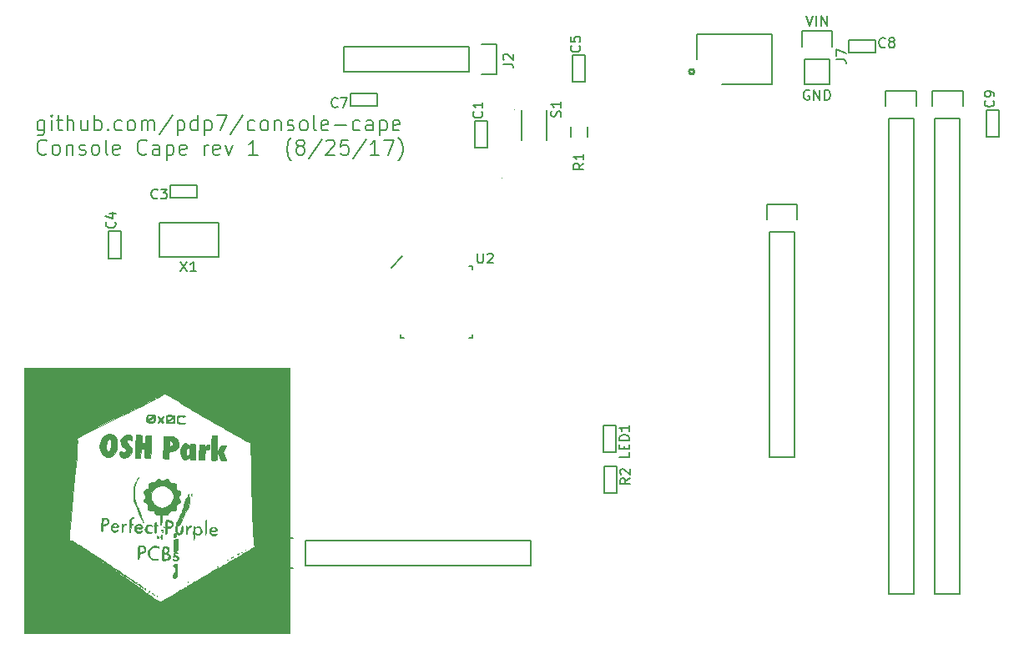
<source format=gto>
G04 #@! TF.FileFunction,Legend,Top*
%FSLAX46Y46*%
G04 Gerber Fmt 4.6, Leading zero omitted, Abs format (unit mm)*
G04 Created by KiCad (PCBNEW 4.0.6) date Sat Aug 26 00:36:03 2017*
%MOMM*%
%LPD*%
G01*
G04 APERTURE LIST*
%ADD10C,0.100000*%
%ADD11C,0.177800*%
%ADD12C,0.152400*%
%ADD13C,0.150000*%
%ADD14C,0.254000*%
%ADD15C,0.010000*%
G04 APERTURE END LIST*
D10*
D11*
X126860300Y-63884629D02*
X126860300Y-65118343D01*
X126787729Y-65263486D01*
X126715157Y-65336057D01*
X126570014Y-65408629D01*
X126352300Y-65408629D01*
X126207157Y-65336057D01*
X126860300Y-64828057D02*
X126715157Y-64900629D01*
X126424871Y-64900629D01*
X126279729Y-64828057D01*
X126207157Y-64755486D01*
X126134586Y-64610343D01*
X126134586Y-64174914D01*
X126207157Y-64029771D01*
X126279729Y-63957200D01*
X126424871Y-63884629D01*
X126715157Y-63884629D01*
X126860300Y-63957200D01*
X127586014Y-64900629D02*
X127586014Y-63884629D01*
X127586014Y-63376629D02*
X127513443Y-63449200D01*
X127586014Y-63521771D01*
X127658586Y-63449200D01*
X127586014Y-63376629D01*
X127586014Y-63521771D01*
X128094014Y-63884629D02*
X128674585Y-63884629D01*
X128311728Y-63376629D02*
X128311728Y-64682914D01*
X128384300Y-64828057D01*
X128529442Y-64900629D01*
X128674585Y-64900629D01*
X129182585Y-64900629D02*
X129182585Y-63376629D01*
X129835728Y-64900629D02*
X129835728Y-64102343D01*
X129763157Y-63957200D01*
X129618014Y-63884629D01*
X129400299Y-63884629D01*
X129255157Y-63957200D01*
X129182585Y-64029771D01*
X131214585Y-63884629D02*
X131214585Y-64900629D01*
X130561442Y-63884629D02*
X130561442Y-64682914D01*
X130634014Y-64828057D01*
X130779156Y-64900629D01*
X130996871Y-64900629D01*
X131142014Y-64828057D01*
X131214585Y-64755486D01*
X131940299Y-64900629D02*
X131940299Y-63376629D01*
X131940299Y-63957200D02*
X132085442Y-63884629D01*
X132375728Y-63884629D01*
X132520871Y-63957200D01*
X132593442Y-64029771D01*
X132666013Y-64174914D01*
X132666013Y-64610343D01*
X132593442Y-64755486D01*
X132520871Y-64828057D01*
X132375728Y-64900629D01*
X132085442Y-64900629D01*
X131940299Y-64828057D01*
X133319156Y-64755486D02*
X133391728Y-64828057D01*
X133319156Y-64900629D01*
X133246585Y-64828057D01*
X133319156Y-64755486D01*
X133319156Y-64900629D01*
X134698013Y-64828057D02*
X134552870Y-64900629D01*
X134262584Y-64900629D01*
X134117442Y-64828057D01*
X134044870Y-64755486D01*
X133972299Y-64610343D01*
X133972299Y-64174914D01*
X134044870Y-64029771D01*
X134117442Y-63957200D01*
X134262584Y-63884629D01*
X134552870Y-63884629D01*
X134698013Y-63957200D01*
X135568870Y-64900629D02*
X135423728Y-64828057D01*
X135351156Y-64755486D01*
X135278585Y-64610343D01*
X135278585Y-64174914D01*
X135351156Y-64029771D01*
X135423728Y-63957200D01*
X135568870Y-63884629D01*
X135786585Y-63884629D01*
X135931728Y-63957200D01*
X136004299Y-64029771D01*
X136076870Y-64174914D01*
X136076870Y-64610343D01*
X136004299Y-64755486D01*
X135931728Y-64828057D01*
X135786585Y-64900629D01*
X135568870Y-64900629D01*
X136730013Y-64900629D02*
X136730013Y-63884629D01*
X136730013Y-64029771D02*
X136802585Y-63957200D01*
X136947727Y-63884629D01*
X137165442Y-63884629D01*
X137310585Y-63957200D01*
X137383156Y-64102343D01*
X137383156Y-64900629D01*
X137383156Y-64102343D02*
X137455727Y-63957200D01*
X137600870Y-63884629D01*
X137818585Y-63884629D01*
X137963727Y-63957200D01*
X138036299Y-64102343D01*
X138036299Y-64900629D01*
X139850585Y-63304057D02*
X138544299Y-65263486D01*
X140358584Y-63884629D02*
X140358584Y-65408629D01*
X140358584Y-63957200D02*
X140503727Y-63884629D01*
X140794013Y-63884629D01*
X140939156Y-63957200D01*
X141011727Y-64029771D01*
X141084298Y-64174914D01*
X141084298Y-64610343D01*
X141011727Y-64755486D01*
X140939156Y-64828057D01*
X140794013Y-64900629D01*
X140503727Y-64900629D01*
X140358584Y-64828057D01*
X142390584Y-64900629D02*
X142390584Y-63376629D01*
X142390584Y-64828057D02*
X142245441Y-64900629D01*
X141955155Y-64900629D01*
X141810013Y-64828057D01*
X141737441Y-64755486D01*
X141664870Y-64610343D01*
X141664870Y-64174914D01*
X141737441Y-64029771D01*
X141810013Y-63957200D01*
X141955155Y-63884629D01*
X142245441Y-63884629D01*
X142390584Y-63957200D01*
X143116298Y-63884629D02*
X143116298Y-65408629D01*
X143116298Y-63957200D02*
X143261441Y-63884629D01*
X143551727Y-63884629D01*
X143696870Y-63957200D01*
X143769441Y-64029771D01*
X143842012Y-64174914D01*
X143842012Y-64610343D01*
X143769441Y-64755486D01*
X143696870Y-64828057D01*
X143551727Y-64900629D01*
X143261441Y-64900629D01*
X143116298Y-64828057D01*
X144350012Y-63376629D02*
X145366012Y-63376629D01*
X144712869Y-64900629D01*
X147035156Y-63304057D02*
X145728870Y-65263486D01*
X148196298Y-64828057D02*
X148051155Y-64900629D01*
X147760869Y-64900629D01*
X147615727Y-64828057D01*
X147543155Y-64755486D01*
X147470584Y-64610343D01*
X147470584Y-64174914D01*
X147543155Y-64029771D01*
X147615727Y-63957200D01*
X147760869Y-63884629D01*
X148051155Y-63884629D01*
X148196298Y-63957200D01*
X149067155Y-64900629D02*
X148922013Y-64828057D01*
X148849441Y-64755486D01*
X148776870Y-64610343D01*
X148776870Y-64174914D01*
X148849441Y-64029771D01*
X148922013Y-63957200D01*
X149067155Y-63884629D01*
X149284870Y-63884629D01*
X149430013Y-63957200D01*
X149502584Y-64029771D01*
X149575155Y-64174914D01*
X149575155Y-64610343D01*
X149502584Y-64755486D01*
X149430013Y-64828057D01*
X149284870Y-64900629D01*
X149067155Y-64900629D01*
X150228298Y-63884629D02*
X150228298Y-64900629D01*
X150228298Y-64029771D02*
X150300870Y-63957200D01*
X150446012Y-63884629D01*
X150663727Y-63884629D01*
X150808870Y-63957200D01*
X150881441Y-64102343D01*
X150881441Y-64900629D01*
X151534584Y-64828057D02*
X151679727Y-64900629D01*
X151970012Y-64900629D01*
X152115155Y-64828057D01*
X152187727Y-64682914D01*
X152187727Y-64610343D01*
X152115155Y-64465200D01*
X151970012Y-64392629D01*
X151752298Y-64392629D01*
X151607155Y-64320057D01*
X151534584Y-64174914D01*
X151534584Y-64102343D01*
X151607155Y-63957200D01*
X151752298Y-63884629D01*
X151970012Y-63884629D01*
X152115155Y-63957200D01*
X153058583Y-64900629D02*
X152913441Y-64828057D01*
X152840869Y-64755486D01*
X152768298Y-64610343D01*
X152768298Y-64174914D01*
X152840869Y-64029771D01*
X152913441Y-63957200D01*
X153058583Y-63884629D01*
X153276298Y-63884629D01*
X153421441Y-63957200D01*
X153494012Y-64029771D01*
X153566583Y-64174914D01*
X153566583Y-64610343D01*
X153494012Y-64755486D01*
X153421441Y-64828057D01*
X153276298Y-64900629D01*
X153058583Y-64900629D01*
X154437440Y-64900629D02*
X154292298Y-64828057D01*
X154219726Y-64682914D01*
X154219726Y-63376629D01*
X155598584Y-64828057D02*
X155453441Y-64900629D01*
X155163155Y-64900629D01*
X155018012Y-64828057D01*
X154945441Y-64682914D01*
X154945441Y-64102343D01*
X155018012Y-63957200D01*
X155163155Y-63884629D01*
X155453441Y-63884629D01*
X155598584Y-63957200D01*
X155671155Y-64102343D01*
X155671155Y-64247486D01*
X154945441Y-64392629D01*
X156324298Y-64320057D02*
X157485441Y-64320057D01*
X158864298Y-64828057D02*
X158719155Y-64900629D01*
X158428869Y-64900629D01*
X158283727Y-64828057D01*
X158211155Y-64755486D01*
X158138584Y-64610343D01*
X158138584Y-64174914D01*
X158211155Y-64029771D01*
X158283727Y-63957200D01*
X158428869Y-63884629D01*
X158719155Y-63884629D01*
X158864298Y-63957200D01*
X160170584Y-64900629D02*
X160170584Y-64102343D01*
X160098013Y-63957200D01*
X159952870Y-63884629D01*
X159662584Y-63884629D01*
X159517441Y-63957200D01*
X160170584Y-64828057D02*
X160025441Y-64900629D01*
X159662584Y-64900629D01*
X159517441Y-64828057D01*
X159444870Y-64682914D01*
X159444870Y-64537771D01*
X159517441Y-64392629D01*
X159662584Y-64320057D01*
X160025441Y-64320057D01*
X160170584Y-64247486D01*
X160896298Y-63884629D02*
X160896298Y-65408629D01*
X160896298Y-63957200D02*
X161041441Y-63884629D01*
X161331727Y-63884629D01*
X161476870Y-63957200D01*
X161549441Y-64029771D01*
X161622012Y-64174914D01*
X161622012Y-64610343D01*
X161549441Y-64755486D01*
X161476870Y-64828057D01*
X161331727Y-64900629D01*
X161041441Y-64900629D01*
X160896298Y-64828057D01*
X162855727Y-64828057D02*
X162710584Y-64900629D01*
X162420298Y-64900629D01*
X162275155Y-64828057D01*
X162202584Y-64682914D01*
X162202584Y-64102343D01*
X162275155Y-63957200D01*
X162420298Y-63884629D01*
X162710584Y-63884629D01*
X162855727Y-63957200D01*
X162928298Y-64102343D01*
X162928298Y-64247486D01*
X162202584Y-64392629D01*
X127078014Y-67219286D02*
X127005443Y-67291857D01*
X126787729Y-67364429D01*
X126642586Y-67364429D01*
X126424871Y-67291857D01*
X126279729Y-67146714D01*
X126207157Y-67001571D01*
X126134586Y-66711286D01*
X126134586Y-66493571D01*
X126207157Y-66203286D01*
X126279729Y-66058143D01*
X126424871Y-65913000D01*
X126642586Y-65840429D01*
X126787729Y-65840429D01*
X127005443Y-65913000D01*
X127078014Y-65985571D01*
X127948871Y-67364429D02*
X127803729Y-67291857D01*
X127731157Y-67219286D01*
X127658586Y-67074143D01*
X127658586Y-66638714D01*
X127731157Y-66493571D01*
X127803729Y-66421000D01*
X127948871Y-66348429D01*
X128166586Y-66348429D01*
X128311729Y-66421000D01*
X128384300Y-66493571D01*
X128456871Y-66638714D01*
X128456871Y-67074143D01*
X128384300Y-67219286D01*
X128311729Y-67291857D01*
X128166586Y-67364429D01*
X127948871Y-67364429D01*
X129110014Y-66348429D02*
X129110014Y-67364429D01*
X129110014Y-66493571D02*
X129182586Y-66421000D01*
X129327728Y-66348429D01*
X129545443Y-66348429D01*
X129690586Y-66421000D01*
X129763157Y-66566143D01*
X129763157Y-67364429D01*
X130416300Y-67291857D02*
X130561443Y-67364429D01*
X130851728Y-67364429D01*
X130996871Y-67291857D01*
X131069443Y-67146714D01*
X131069443Y-67074143D01*
X130996871Y-66929000D01*
X130851728Y-66856429D01*
X130634014Y-66856429D01*
X130488871Y-66783857D01*
X130416300Y-66638714D01*
X130416300Y-66566143D01*
X130488871Y-66421000D01*
X130634014Y-66348429D01*
X130851728Y-66348429D01*
X130996871Y-66421000D01*
X131940299Y-67364429D02*
X131795157Y-67291857D01*
X131722585Y-67219286D01*
X131650014Y-67074143D01*
X131650014Y-66638714D01*
X131722585Y-66493571D01*
X131795157Y-66421000D01*
X131940299Y-66348429D01*
X132158014Y-66348429D01*
X132303157Y-66421000D01*
X132375728Y-66493571D01*
X132448299Y-66638714D01*
X132448299Y-67074143D01*
X132375728Y-67219286D01*
X132303157Y-67291857D01*
X132158014Y-67364429D01*
X131940299Y-67364429D01*
X133319156Y-67364429D02*
X133174014Y-67291857D01*
X133101442Y-67146714D01*
X133101442Y-65840429D01*
X134480300Y-67291857D02*
X134335157Y-67364429D01*
X134044871Y-67364429D01*
X133899728Y-67291857D01*
X133827157Y-67146714D01*
X133827157Y-66566143D01*
X133899728Y-66421000D01*
X134044871Y-66348429D01*
X134335157Y-66348429D01*
X134480300Y-66421000D01*
X134552871Y-66566143D01*
X134552871Y-66711286D01*
X133827157Y-66856429D01*
X137238014Y-67219286D02*
X137165443Y-67291857D01*
X136947729Y-67364429D01*
X136802586Y-67364429D01*
X136584871Y-67291857D01*
X136439729Y-67146714D01*
X136367157Y-67001571D01*
X136294586Y-66711286D01*
X136294586Y-66493571D01*
X136367157Y-66203286D01*
X136439729Y-66058143D01*
X136584871Y-65913000D01*
X136802586Y-65840429D01*
X136947729Y-65840429D01*
X137165443Y-65913000D01*
X137238014Y-65985571D01*
X138544300Y-67364429D02*
X138544300Y-66566143D01*
X138471729Y-66421000D01*
X138326586Y-66348429D01*
X138036300Y-66348429D01*
X137891157Y-66421000D01*
X138544300Y-67291857D02*
X138399157Y-67364429D01*
X138036300Y-67364429D01*
X137891157Y-67291857D01*
X137818586Y-67146714D01*
X137818586Y-67001571D01*
X137891157Y-66856429D01*
X138036300Y-66783857D01*
X138399157Y-66783857D01*
X138544300Y-66711286D01*
X139270014Y-66348429D02*
X139270014Y-67872429D01*
X139270014Y-66421000D02*
X139415157Y-66348429D01*
X139705443Y-66348429D01*
X139850586Y-66421000D01*
X139923157Y-66493571D01*
X139995728Y-66638714D01*
X139995728Y-67074143D01*
X139923157Y-67219286D01*
X139850586Y-67291857D01*
X139705443Y-67364429D01*
X139415157Y-67364429D01*
X139270014Y-67291857D01*
X141229443Y-67291857D02*
X141084300Y-67364429D01*
X140794014Y-67364429D01*
X140648871Y-67291857D01*
X140576300Y-67146714D01*
X140576300Y-66566143D01*
X140648871Y-66421000D01*
X140794014Y-66348429D01*
X141084300Y-66348429D01*
X141229443Y-66421000D01*
X141302014Y-66566143D01*
X141302014Y-66711286D01*
X140576300Y-66856429D01*
X143116300Y-67364429D02*
X143116300Y-66348429D01*
X143116300Y-66638714D02*
X143188872Y-66493571D01*
X143261443Y-66421000D01*
X143406586Y-66348429D01*
X143551729Y-66348429D01*
X144640301Y-67291857D02*
X144495158Y-67364429D01*
X144204872Y-67364429D01*
X144059729Y-67291857D01*
X143987158Y-67146714D01*
X143987158Y-66566143D01*
X144059729Y-66421000D01*
X144204872Y-66348429D01*
X144495158Y-66348429D01*
X144640301Y-66421000D01*
X144712872Y-66566143D01*
X144712872Y-66711286D01*
X143987158Y-66856429D01*
X145220872Y-66348429D02*
X145583729Y-67364429D01*
X145946587Y-66348429D01*
X148486587Y-67364429D02*
X147615730Y-67364429D01*
X148051158Y-67364429D02*
X148051158Y-65840429D01*
X147906015Y-66058143D01*
X147760873Y-66203286D01*
X147615730Y-66275857D01*
X151897445Y-67945000D02*
X151824873Y-67872429D01*
X151679730Y-67654714D01*
X151607159Y-67509571D01*
X151534588Y-67291857D01*
X151462016Y-66929000D01*
X151462016Y-66638714D01*
X151534588Y-66275857D01*
X151607159Y-66058143D01*
X151679730Y-65913000D01*
X151824873Y-65695286D01*
X151897445Y-65622714D01*
X152695730Y-66493571D02*
X152550588Y-66421000D01*
X152478016Y-66348429D01*
X152405445Y-66203286D01*
X152405445Y-66130714D01*
X152478016Y-65985571D01*
X152550588Y-65913000D01*
X152695730Y-65840429D01*
X152986016Y-65840429D01*
X153131159Y-65913000D01*
X153203730Y-65985571D01*
X153276302Y-66130714D01*
X153276302Y-66203286D01*
X153203730Y-66348429D01*
X153131159Y-66421000D01*
X152986016Y-66493571D01*
X152695730Y-66493571D01*
X152550588Y-66566143D01*
X152478016Y-66638714D01*
X152405445Y-66783857D01*
X152405445Y-67074143D01*
X152478016Y-67219286D01*
X152550588Y-67291857D01*
X152695730Y-67364429D01*
X152986016Y-67364429D01*
X153131159Y-67291857D01*
X153203730Y-67219286D01*
X153276302Y-67074143D01*
X153276302Y-66783857D01*
X153203730Y-66638714D01*
X153131159Y-66566143D01*
X152986016Y-66493571D01*
X155018017Y-65767857D02*
X153711731Y-67727286D01*
X155453445Y-65985571D02*
X155526016Y-65913000D01*
X155671159Y-65840429D01*
X156034016Y-65840429D01*
X156179159Y-65913000D01*
X156251730Y-65985571D01*
X156324302Y-66130714D01*
X156324302Y-66275857D01*
X156251730Y-66493571D01*
X155380873Y-67364429D01*
X156324302Y-67364429D01*
X157703159Y-65840429D02*
X156977445Y-65840429D01*
X156904874Y-66566143D01*
X156977445Y-66493571D01*
X157122588Y-66421000D01*
X157485445Y-66421000D01*
X157630588Y-66493571D01*
X157703159Y-66566143D01*
X157775731Y-66711286D01*
X157775731Y-67074143D01*
X157703159Y-67219286D01*
X157630588Y-67291857D01*
X157485445Y-67364429D01*
X157122588Y-67364429D01*
X156977445Y-67291857D01*
X156904874Y-67219286D01*
X159517446Y-65767857D02*
X158211160Y-67727286D01*
X160823731Y-67364429D02*
X159952874Y-67364429D01*
X160388302Y-67364429D02*
X160388302Y-65840429D01*
X160243159Y-66058143D01*
X160098017Y-66203286D01*
X159952874Y-66275857D01*
X161331731Y-65840429D02*
X162347731Y-65840429D01*
X161694588Y-67364429D01*
X162783160Y-67945000D02*
X162855732Y-67872429D01*
X163000875Y-67654714D01*
X163073446Y-67509571D01*
X163146017Y-67291857D01*
X163218589Y-66929000D01*
X163218589Y-66638714D01*
X163146017Y-66275857D01*
X163073446Y-66058143D01*
X163000875Y-65913000D01*
X162855732Y-65695286D01*
X162783160Y-65622714D01*
D12*
X204465905Y-60832000D02*
X204369143Y-60783619D01*
X204224000Y-60783619D01*
X204078858Y-60832000D01*
X203982096Y-60928762D01*
X203933715Y-61025524D01*
X203885334Y-61219048D01*
X203885334Y-61364190D01*
X203933715Y-61557714D01*
X203982096Y-61654476D01*
X204078858Y-61751238D01*
X204224000Y-61799619D01*
X204320762Y-61799619D01*
X204465905Y-61751238D01*
X204514286Y-61702857D01*
X204514286Y-61364190D01*
X204320762Y-61364190D01*
X204949715Y-61799619D02*
X204949715Y-60783619D01*
X205530286Y-61799619D01*
X205530286Y-60783619D01*
X206014096Y-61799619D02*
X206014096Y-60783619D01*
X206256001Y-60783619D01*
X206401143Y-60832000D01*
X206497905Y-60928762D01*
X206546286Y-61025524D01*
X206594667Y-61219048D01*
X206594667Y-61364190D01*
X206546286Y-61557714D01*
X206497905Y-61654476D01*
X206401143Y-61751238D01*
X206256001Y-61799619D01*
X206014096Y-61799619D01*
X204147238Y-53243619D02*
X204485905Y-54259619D01*
X204824571Y-53243619D01*
X205163238Y-54259619D02*
X205163238Y-53243619D01*
X205647048Y-54259619D02*
X205647048Y-53243619D01*
X206227619Y-54259619D01*
X206227619Y-53243619D01*
X163195000Y-77660500D02*
X162052000Y-78803500D01*
D13*
X170249000Y-78671000D02*
X170249000Y-78996000D01*
X170249000Y-85921000D02*
X170249000Y-85596000D01*
X162999000Y-85921000D02*
X162999000Y-85596000D01*
X162999000Y-85921000D02*
X163324000Y-85921000D01*
X170249000Y-85921000D02*
X169924000Y-85921000D01*
X170249000Y-78671000D02*
X169924000Y-78671000D01*
D12*
X170561000Y-66675000D02*
X171831000Y-66675000D01*
X170561000Y-63944500D02*
X171831000Y-63944500D01*
D13*
X170561000Y-66675000D02*
X170561000Y-63944500D01*
X171831000Y-63944500D02*
X171831000Y-66675000D01*
D12*
X142367000Y-71695000D02*
X142367000Y-70425000D01*
X139636500Y-71695000D02*
X139636500Y-70425000D01*
D13*
X142367000Y-71695000D02*
X139636500Y-71695000D01*
X139636500Y-70425000D02*
X142367000Y-70425000D01*
D12*
X133335000Y-77867000D02*
X134605000Y-77867000D01*
X133335000Y-75136500D02*
X134605000Y-75136500D01*
D13*
X133335000Y-77867000D02*
X133335000Y-75136500D01*
X134605000Y-75136500D02*
X134605000Y-77867000D01*
D12*
X180467000Y-59989720D02*
X181737000Y-59989720D01*
X180467000Y-57259220D02*
X181737000Y-57259220D01*
D13*
X180467000Y-59989720D02*
X180467000Y-57259220D01*
X181737000Y-57259220D02*
X181737000Y-59989720D01*
D12*
X160639760Y-62433200D02*
X160639760Y-61163200D01*
X157909260Y-62433200D02*
X157909260Y-61163200D01*
D13*
X160639760Y-62433200D02*
X157909260Y-62433200D01*
X157909260Y-61163200D02*
X160639760Y-61163200D01*
D12*
X208467960Y-55712360D02*
X208467960Y-56982360D01*
X211198460Y-55712360D02*
X211198460Y-56982360D01*
D13*
X208467960Y-55712360D02*
X211198460Y-55712360D01*
X211198460Y-56982360D02*
X208467960Y-56982360D01*
D12*
X222455740Y-65549780D02*
X223725740Y-65549780D01*
X222455740Y-62819280D02*
X223725740Y-62819280D01*
D13*
X222455740Y-65549780D02*
X222455740Y-62819280D01*
X223725740Y-62819280D02*
X223725740Y-65549780D01*
X169940000Y-58930000D02*
X157240000Y-58930000D01*
X157240000Y-58930000D02*
X157240000Y-56390000D01*
X157240000Y-56390000D02*
X169940000Y-56390000D01*
X172760000Y-59210000D02*
X171210000Y-59210000D01*
X169940000Y-58930000D02*
X169940000Y-56390000D01*
X171210000Y-56110000D02*
X172760000Y-56110000D01*
X172760000Y-56110000D02*
X172760000Y-59210000D01*
D14*
X192786000Y-58928000D02*
G75*
G03X192786000Y-58928000I-254000J0D01*
G01*
D13*
X195580000Y-60198000D02*
X200660000Y-60198000D01*
X200660000Y-60198000D02*
X200660000Y-55118000D01*
X200660000Y-55118000D02*
X195580000Y-55118000D01*
X193040000Y-55118000D02*
X193040000Y-57658000D01*
X195580000Y-55118000D02*
X193040000Y-55118000D01*
X153320000Y-106520000D02*
X176180000Y-106520000D01*
X176180000Y-106520000D02*
X176180000Y-109060000D01*
X176180000Y-109060000D02*
X153320000Y-109060000D01*
X150500000Y-106240000D02*
X152050000Y-106240000D01*
X153320000Y-106520000D02*
X153320000Y-109060000D01*
X152050000Y-109340000D02*
X150500000Y-109340000D01*
X150500000Y-109340000D02*
X150500000Y-106240000D01*
X202980000Y-75230000D02*
X202980000Y-98090000D01*
X202980000Y-98090000D02*
X200440000Y-98090000D01*
X200440000Y-98090000D02*
X200440000Y-75230000D01*
X203260000Y-72410000D02*
X203260000Y-73960000D01*
X202980000Y-75230000D02*
X200440000Y-75230000D01*
X200160000Y-73960000D02*
X200160000Y-72410000D01*
X200160000Y-72410000D02*
X203260000Y-72410000D01*
D12*
X184879200Y-94838600D02*
X183609200Y-94838600D01*
X184879200Y-97569100D02*
X183609200Y-97569100D01*
D13*
X184879200Y-94838600D02*
X184879200Y-97569100D01*
X183609200Y-97569100D02*
X183609200Y-94838600D01*
X181952000Y-65524000D02*
X181952000Y-64524000D01*
X180252000Y-64524000D02*
X180252000Y-65524000D01*
D12*
X183664600Y-101682200D02*
X184934600Y-101682200D01*
X183664600Y-98951700D02*
X184934600Y-98951700D01*
D13*
X183664600Y-101682200D02*
X183664600Y-98951700D01*
X184934600Y-98951700D02*
X184934600Y-101682200D01*
X175280000Y-62844680D02*
X175280000Y-65844680D01*
X177780000Y-62844680D02*
X177780000Y-65844680D01*
D10*
X174530000Y-62738000D02*
X174530000Y-62738000D01*
X173216820Y-69660020D02*
X173216820Y-69660020D01*
D12*
X144538000Y-74226000D02*
X144538000Y-77731200D01*
X144538000Y-74226000D02*
X138543600Y-74226000D01*
X144538000Y-77731200D02*
X138543600Y-77731200D01*
X138543600Y-74226000D02*
X138543600Y-77731200D01*
D13*
X219770000Y-63660000D02*
X219770000Y-111920000D01*
X219770000Y-111920000D02*
X217230000Y-111920000D01*
X217230000Y-111920000D02*
X217230000Y-63660000D01*
X220050000Y-60840000D02*
X220050000Y-62390000D01*
X219770000Y-63660000D02*
X217230000Y-63660000D01*
X216950000Y-62390000D02*
X216950000Y-60840000D01*
X216950000Y-60840000D02*
X220050000Y-60840000D01*
X215050000Y-63660000D02*
X215050000Y-111920000D01*
X215050000Y-111920000D02*
X212510000Y-111920000D01*
X212510000Y-111920000D02*
X212510000Y-63660000D01*
X215330000Y-60840000D02*
X215330000Y-62390000D01*
X215050000Y-63660000D02*
X212510000Y-63660000D01*
X212230000Y-62390000D02*
X212230000Y-60840000D01*
X212230000Y-60840000D02*
X215330000Y-60840000D01*
X206510000Y-57620000D02*
X206510000Y-60160000D01*
X206790000Y-54800000D02*
X206790000Y-56350000D01*
X206510000Y-57620000D02*
X203970000Y-57620000D01*
X203690000Y-56350000D02*
X203690000Y-54800000D01*
X203690000Y-54800000D02*
X206790000Y-54800000D01*
X203970000Y-57620000D02*
X203970000Y-60160000D01*
X203970000Y-60160000D02*
X206510000Y-60160000D01*
D15*
G36*
X151765000Y-115945920D02*
X124841000Y-115945920D01*
X124841000Y-108367060D01*
X132262708Y-108367060D01*
X132312631Y-108428615D01*
X132372100Y-108481187D01*
X132489822Y-108563422D01*
X132553084Y-108570545D01*
X132562278Y-108541820D01*
X132522353Y-108493618D01*
X132425122Y-108426047D01*
X132409878Y-108417182D01*
X132295996Y-108361772D01*
X132262708Y-108367060D01*
X124841000Y-108367060D01*
X124841000Y-108300520D01*
X132156200Y-108300520D01*
X132181600Y-108325920D01*
X132207000Y-108300520D01*
X132181600Y-108275120D01*
X132156200Y-108300520D01*
X124841000Y-108300520D01*
X124841000Y-108139653D01*
X131868333Y-108139653D01*
X131875306Y-108169853D01*
X131902200Y-108173520D01*
X131944014Y-108154933D01*
X131936066Y-108139653D01*
X131875778Y-108133573D01*
X131868333Y-108139653D01*
X124841000Y-108139653D01*
X124841000Y-107811479D01*
X131394200Y-107811479D01*
X131435157Y-107860180D01*
X131521200Y-107910276D01*
X131614454Y-107966788D01*
X131648200Y-108011564D01*
X131689297Y-108050435D01*
X131722165Y-108054986D01*
X131775118Y-108035447D01*
X131773127Y-108017766D01*
X131716906Y-107966305D01*
X131618593Y-107902595D01*
X131510532Y-107844247D01*
X131425068Y-107808869D01*
X131394200Y-107811479D01*
X124841000Y-107811479D01*
X124841000Y-107481426D01*
X130886200Y-107481426D01*
X130923670Y-107517213D01*
X131012547Y-107582068D01*
X131117528Y-107652105D01*
X131203310Y-107703439D01*
X131232098Y-107715464D01*
X131226194Y-107682910D01*
X131216176Y-107665158D01*
X131162526Y-107616858D01*
X131068946Y-107556574D01*
X130969918Y-107503504D01*
X130899920Y-107476847D01*
X130886200Y-107481426D01*
X124841000Y-107481426D01*
X124841000Y-107326853D01*
X130649133Y-107326853D01*
X130656106Y-107357053D01*
X130683000Y-107360720D01*
X130724814Y-107342133D01*
X130716866Y-107326853D01*
X130656578Y-107320773D01*
X130649133Y-107326853D01*
X124841000Y-107326853D01*
X124841000Y-107183915D01*
X130390186Y-107183915D01*
X130441448Y-107242562D01*
X130489018Y-107259120D01*
X130509495Y-107230094D01*
X130478781Y-107181692D01*
X130416662Y-107128438D01*
X130391274Y-107127512D01*
X130390186Y-107183915D01*
X124841000Y-107183915D01*
X124841000Y-106926805D01*
X130044243Y-106926805D01*
X130066051Y-106956334D01*
X130117127Y-107002251D01*
X130219087Y-107075955D01*
X130294927Y-107105942D01*
X130310123Y-107083780D01*
X130276600Y-107053440D01*
X130166952Y-106986704D01*
X130098800Y-106949750D01*
X130044243Y-106926805D01*
X124841000Y-106926805D01*
X124841000Y-106714262D01*
X129677929Y-106714262D01*
X129686681Y-106730029D01*
X129740209Y-106773717D01*
X129830832Y-106840335D01*
X129866677Y-106846179D01*
X129870200Y-106829107D01*
X129830301Y-106791883D01*
X129755900Y-106750104D01*
X129677929Y-106714262D01*
X124841000Y-106714262D01*
X124841000Y-106568114D01*
X129395706Y-106568114D01*
X129458398Y-106613463D01*
X129463800Y-106616346D01*
X129564490Y-106657535D01*
X129618396Y-106659923D01*
X129605587Y-106627415D01*
X129563928Y-106596735D01*
X129454740Y-106554422D01*
X129413000Y-106549446D01*
X129395706Y-106568114D01*
X124841000Y-106568114D01*
X124841000Y-106260659D01*
X129351531Y-106260659D01*
X129384526Y-106406889D01*
X129491906Y-106484885D01*
X129576058Y-106496342D01*
X129661405Y-106521126D01*
X129788795Y-106584130D01*
X129934236Y-106669844D01*
X130073733Y-106762758D01*
X130183293Y-106847364D01*
X130238923Y-106908150D01*
X130238942Y-106924840D01*
X130243412Y-106949649D01*
X130280963Y-106946449D01*
X130350526Y-106965792D01*
X130479953Y-107030678D01*
X130651381Y-107129407D01*
X130846943Y-107250283D01*
X131048775Y-107381607D01*
X131239014Y-107511681D01*
X131399793Y-107628806D01*
X131513249Y-107721285D01*
X131561517Y-107777419D01*
X131561119Y-107784724D01*
X131564710Y-107809145D01*
X131588002Y-107798328D01*
X131648035Y-107812914D01*
X131775050Y-107876703D01*
X131952868Y-107980530D01*
X132165312Y-108115226D01*
X132268951Y-108184179D01*
X132492307Y-108334385D01*
X132687368Y-108464483D01*
X132837892Y-108563723D01*
X132927640Y-108621357D01*
X132943600Y-108630720D01*
X133002065Y-108667189D01*
X133127803Y-108749929D01*
X133304206Y-108867882D01*
X133514667Y-109009989D01*
X133592027Y-109062520D01*
X133824209Y-109219344D01*
X134041656Y-109364298D01*
X134223072Y-109483314D01*
X134347160Y-109562326D01*
X134366191Y-109573860D01*
X134514374Y-109670891D01*
X134644574Y-109770181D01*
X134657563Y-109781508D01*
X134773267Y-109866881D01*
X134931488Y-109962690D01*
X135001000Y-109999624D01*
X135137514Y-110072177D01*
X135232053Y-110129174D01*
X135255000Y-110147576D01*
X135321718Y-110204504D01*
X135443910Y-110289193D01*
X135588376Y-110379803D01*
X135720255Y-110453648D01*
X135848918Y-110535012D01*
X135989236Y-110645260D01*
X136009427Y-110663280D01*
X136113019Y-110743576D01*
X136186879Y-110775176D01*
X136200016Y-110771481D01*
X136213630Y-110774766D01*
X136200974Y-110800757D01*
X136150367Y-110807149D01*
X136034250Y-110756825D01*
X135847739Y-110647280D01*
X135646729Y-110516768D01*
X135289006Y-110279597D01*
X135008341Y-110096645D01*
X134798441Y-109964033D01*
X134653012Y-109877885D01*
X134565763Y-109834324D01*
X134530650Y-109829203D01*
X134484088Y-109810956D01*
X134389039Y-109739681D01*
X134312744Y-109673115D01*
X134189425Y-109571087D01*
X134088252Y-109506353D01*
X134051272Y-109494320D01*
X133990304Y-109463379D01*
X133985000Y-109443520D01*
X133945599Y-109395151D01*
X133928306Y-109392720D01*
X133859346Y-109364520D01*
X133739333Y-109291532D01*
X133629399Y-109214920D01*
X133494484Y-109119714D01*
X133393059Y-109055190D01*
X133353836Y-109037120D01*
X133279009Y-109007206D01*
X133183262Y-108936265D01*
X133097815Y-108852500D01*
X133053884Y-108784112D01*
X133055043Y-108767192D01*
X133053057Y-108740627D01*
X133031548Y-108750458D01*
X132957684Y-108747900D01*
X132836345Y-108701575D01*
X132782399Y-108673094D01*
X132588000Y-108561893D01*
X132715000Y-108688613D01*
X132807793Y-108768429D01*
X132870720Y-108799839D01*
X132876004Y-108798759D01*
X132934727Y-108816182D01*
X132982930Y-108855107D01*
X133058183Y-108916671D01*
X133192814Y-109014975D01*
X133361042Y-109131345D01*
X133406125Y-109161606D01*
X133817354Y-109438075D01*
X134143682Y-109662473D01*
X134386743Y-109835966D01*
X134548170Y-109959724D01*
X134629596Y-110034914D01*
X134632700Y-110038861D01*
X134682663Y-110091324D01*
X134696200Y-110086924D01*
X134732674Y-110079816D01*
X134823815Y-110117474D01*
X134942196Y-110184803D01*
X135060392Y-110266707D01*
X135128712Y-110324994D01*
X135247696Y-110430281D01*
X135383370Y-110525526D01*
X135569772Y-110634004D01*
X135623300Y-110663220D01*
X135740689Y-110737433D01*
X135807750Y-110800450D01*
X135813800Y-110816152D01*
X135854361Y-110861600D01*
X135882126Y-110865920D01*
X135965024Y-110900739D01*
X136042400Y-110967520D01*
X136134267Y-111043878D01*
X136200886Y-111069120D01*
X136275246Y-111109244D01*
X136321800Y-111170720D01*
X136405604Y-111252109D01*
X136475987Y-111272320D01*
X136557626Y-111289311D01*
X136575800Y-111312167D01*
X136615031Y-111363004D01*
X136709995Y-111431408D01*
X136715500Y-111434696D01*
X136844147Y-111526817D01*
X136982982Y-111648412D01*
X137007600Y-111672838D01*
X137116020Y-111769655D01*
X137203996Y-111824894D01*
X137223500Y-111829708D01*
X137306361Y-111863572D01*
X137378452Y-111920020D01*
X137466484Y-111993433D01*
X137608214Y-112099377D01*
X137767669Y-112211265D01*
X137926886Y-112322443D01*
X138058247Y-112419528D01*
X138133353Y-112481531D01*
X138133416Y-112481594D01*
X138188873Y-112519339D01*
X138202177Y-112507848D01*
X138224154Y-112500382D01*
X138240277Y-112519069D01*
X138307882Y-112574082D01*
X138427225Y-112642418D01*
X138455260Y-112656116D01*
X138549494Y-112697136D01*
X138625546Y-112709444D01*
X138712465Y-112687392D01*
X138839298Y-112625331D01*
X138963260Y-112557343D01*
X139151133Y-112450288D01*
X139324948Y-112346071D01*
X139446000Y-112267974D01*
X139552382Y-112197389D01*
X139618615Y-112160358D01*
X139623800Y-112158901D01*
X139719337Y-112134459D01*
X139818396Y-112090997D01*
X139875419Y-112049403D01*
X139877800Y-112042448D01*
X139918629Y-111999162D01*
X140021041Y-111933411D01*
X140068300Y-111907763D01*
X140320717Y-111755357D01*
X140608125Y-111539233D01*
X140624955Y-111525554D01*
X140712360Y-111480044D01*
X140740265Y-111475520D01*
X140812627Y-111450189D01*
X140933390Y-111386130D01*
X140995400Y-111348520D01*
X141125832Y-111272694D01*
X141223865Y-111227281D01*
X141248390Y-111221520D01*
X141298577Y-111187772D01*
X141300200Y-111176644D01*
X141341657Y-111125593D01*
X141389100Y-111103576D01*
X141540165Y-111034107D01*
X141722334Y-110920400D01*
X141893699Y-110788869D01*
X141907205Y-110777020D01*
X142014640Y-110698365D01*
X142100576Y-110662885D01*
X142104468Y-110662720D01*
X142190325Y-110633257D01*
X142300764Y-110562356D01*
X142301458Y-110561812D01*
X142404857Y-110501136D01*
X142479952Y-110492113D01*
X142482419Y-110493461D01*
X142510695Y-110493388D01*
X142498850Y-110467369D01*
X142499775Y-110415326D01*
X142523843Y-110408720D01*
X142595799Y-110382236D01*
X142721824Y-110313299D01*
X142852950Y-110230920D01*
X143005126Y-110137493D01*
X143131855Y-110073098D01*
X143196875Y-110053120D01*
X143274989Y-110029143D01*
X143289866Y-110010835D01*
X143339938Y-109966627D01*
X143455023Y-109891230D01*
X143610292Y-109800903D01*
X143611600Y-109800181D01*
X143824026Y-109682403D01*
X143980079Y-109594365D01*
X144112575Y-109517145D01*
X144254327Y-109431818D01*
X144322800Y-109390061D01*
X144450650Y-109318961D01*
X144542417Y-109280689D01*
X144564100Y-109278505D01*
X144600822Y-109253376D01*
X144602200Y-109240319D01*
X144642878Y-109194216D01*
X144672179Y-109189520D01*
X144761208Y-109153681D01*
X144805400Y-109113320D01*
X144889987Y-109048861D01*
X144935027Y-109037120D01*
X145008721Y-109010912D01*
X145138323Y-108942179D01*
X145295884Y-108845754D01*
X145297107Y-108844959D01*
X145484536Y-108728052D01*
X145672196Y-108618816D01*
X145796000Y-108552859D01*
X145926358Y-108483270D01*
X146014171Y-108426311D01*
X146029394Y-108411912D01*
X146089263Y-108366313D01*
X146207660Y-108296356D01*
X146283394Y-108256046D01*
X146515079Y-108133750D01*
X146741608Y-108008279D01*
X146941865Y-107891915D01*
X147094734Y-107796939D01*
X147179098Y-107735635D01*
X147180600Y-107734201D01*
X147281016Y-107667886D01*
X147354102Y-107637357D01*
X147449177Y-107591827D01*
X147593987Y-107505905D01*
X147762787Y-107396913D01*
X147929833Y-107282174D01*
X148069382Y-107179011D01*
X148155689Y-107104747D01*
X148167994Y-107089702D01*
X148173928Y-107004486D01*
X148160935Y-106981423D01*
X148138357Y-106918434D01*
X148115850Y-106783486D01*
X148104164Y-106674920D01*
X148158200Y-106674920D01*
X148183600Y-106700320D01*
X148209000Y-106674920D01*
X148183600Y-106649520D01*
X148158200Y-106674920D01*
X148104164Y-106674920D01*
X148093198Y-106573045D01*
X148070184Y-106283575D01*
X148046594Y-105911540D01*
X148022209Y-105453407D01*
X147996816Y-104905638D01*
X147970197Y-104264699D01*
X147942135Y-103527054D01*
X147931044Y-103220520D01*
X147918870Y-102887379D01*
X147905313Y-102528622D01*
X147891948Y-102185266D01*
X147880352Y-101898330D01*
X147879350Y-101874320D01*
X147873505Y-101699937D01*
X147866688Y-101437617D01*
X147859165Y-101101015D01*
X147851202Y-100703787D01*
X147843063Y-100259587D01*
X147835014Y-99782072D01*
X147827321Y-99284895D01*
X147822577Y-98953320D01*
X147815563Y-98475540D01*
X147808223Y-98029143D01*
X147800782Y-97624350D01*
X147793463Y-97271385D01*
X147786492Y-96980472D01*
X147780093Y-96761833D01*
X147774492Y-96625692D01*
X147770452Y-96582328D01*
X147711856Y-96549198D01*
X147596291Y-96514962D01*
X147586117Y-96512714D01*
X147500910Y-96478669D01*
X147340852Y-96399835D01*
X147118611Y-96283029D01*
X146846855Y-96135066D01*
X146538251Y-95962763D01*
X146205466Y-95772937D01*
X146126200Y-95727146D01*
X145786486Y-95530568D01*
X145465946Y-95345360D01*
X145177803Y-95179140D01*
X144935277Y-95039527D01*
X144751591Y-94934138D01*
X144639968Y-94870593D01*
X144627600Y-94863657D01*
X144459183Y-94768261D01*
X144217660Y-94629442D01*
X143917328Y-94455574D01*
X143572484Y-94255034D01*
X143197425Y-94036195D01*
X142806449Y-93807434D01*
X142413853Y-93577125D01*
X142033934Y-93353643D01*
X141680991Y-93145364D01*
X141369319Y-92960663D01*
X141113218Y-92807914D01*
X140944600Y-92706230D01*
X140445399Y-92403576D01*
X140028322Y-92153250D01*
X139689706Y-91953144D01*
X139425890Y-91801148D01*
X139233211Y-91695151D01*
X139108008Y-91633045D01*
X139046619Y-91612720D01*
X139046513Y-91612720D01*
X138957796Y-91648617D01*
X138909574Y-91692565D01*
X138855498Y-91726278D01*
X138716817Y-91801992D01*
X138499894Y-91916457D01*
X138211093Y-92066427D01*
X137856776Y-92248653D01*
X137443307Y-92459888D01*
X136977049Y-92696884D01*
X136464365Y-92956393D01*
X135911618Y-93235167D01*
X135325172Y-93529958D01*
X134711388Y-93837518D01*
X134505519Y-93940465D01*
X130167731Y-96108520D01*
X130189837Y-96311720D01*
X130196640Y-96478317D01*
X130191833Y-96742839D01*
X130175660Y-97102302D01*
X130148364Y-97553725D01*
X130110186Y-98094126D01*
X130061370Y-98720521D01*
X130002160Y-99429930D01*
X129932798Y-100219369D01*
X129853526Y-101085857D01*
X129764589Y-102026411D01*
X129666228Y-103038050D01*
X129558688Y-104117790D01*
X129533887Y-104363520D01*
X129491952Y-104780749D01*
X129453262Y-105170803D01*
X129419046Y-105520897D01*
X129390535Y-105818243D01*
X129368956Y-106050056D01*
X129355539Y-106203549D01*
X129351531Y-106260659D01*
X124841000Y-106260659D01*
X124841000Y-89021920D01*
X151765000Y-89021920D01*
X151765000Y-115945920D01*
X151765000Y-115945920D01*
G37*
X151765000Y-115945920D02*
X124841000Y-115945920D01*
X124841000Y-108367060D01*
X132262708Y-108367060D01*
X132312631Y-108428615D01*
X132372100Y-108481187D01*
X132489822Y-108563422D01*
X132553084Y-108570545D01*
X132562278Y-108541820D01*
X132522353Y-108493618D01*
X132425122Y-108426047D01*
X132409878Y-108417182D01*
X132295996Y-108361772D01*
X132262708Y-108367060D01*
X124841000Y-108367060D01*
X124841000Y-108300520D01*
X132156200Y-108300520D01*
X132181600Y-108325920D01*
X132207000Y-108300520D01*
X132181600Y-108275120D01*
X132156200Y-108300520D01*
X124841000Y-108300520D01*
X124841000Y-108139653D01*
X131868333Y-108139653D01*
X131875306Y-108169853D01*
X131902200Y-108173520D01*
X131944014Y-108154933D01*
X131936066Y-108139653D01*
X131875778Y-108133573D01*
X131868333Y-108139653D01*
X124841000Y-108139653D01*
X124841000Y-107811479D01*
X131394200Y-107811479D01*
X131435157Y-107860180D01*
X131521200Y-107910276D01*
X131614454Y-107966788D01*
X131648200Y-108011564D01*
X131689297Y-108050435D01*
X131722165Y-108054986D01*
X131775118Y-108035447D01*
X131773127Y-108017766D01*
X131716906Y-107966305D01*
X131618593Y-107902595D01*
X131510532Y-107844247D01*
X131425068Y-107808869D01*
X131394200Y-107811479D01*
X124841000Y-107811479D01*
X124841000Y-107481426D01*
X130886200Y-107481426D01*
X130923670Y-107517213D01*
X131012547Y-107582068D01*
X131117528Y-107652105D01*
X131203310Y-107703439D01*
X131232098Y-107715464D01*
X131226194Y-107682910D01*
X131216176Y-107665158D01*
X131162526Y-107616858D01*
X131068946Y-107556574D01*
X130969918Y-107503504D01*
X130899920Y-107476847D01*
X130886200Y-107481426D01*
X124841000Y-107481426D01*
X124841000Y-107326853D01*
X130649133Y-107326853D01*
X130656106Y-107357053D01*
X130683000Y-107360720D01*
X130724814Y-107342133D01*
X130716866Y-107326853D01*
X130656578Y-107320773D01*
X130649133Y-107326853D01*
X124841000Y-107326853D01*
X124841000Y-107183915D01*
X130390186Y-107183915D01*
X130441448Y-107242562D01*
X130489018Y-107259120D01*
X130509495Y-107230094D01*
X130478781Y-107181692D01*
X130416662Y-107128438D01*
X130391274Y-107127512D01*
X130390186Y-107183915D01*
X124841000Y-107183915D01*
X124841000Y-106926805D01*
X130044243Y-106926805D01*
X130066051Y-106956334D01*
X130117127Y-107002251D01*
X130219087Y-107075955D01*
X130294927Y-107105942D01*
X130310123Y-107083780D01*
X130276600Y-107053440D01*
X130166952Y-106986704D01*
X130098800Y-106949750D01*
X130044243Y-106926805D01*
X124841000Y-106926805D01*
X124841000Y-106714262D01*
X129677929Y-106714262D01*
X129686681Y-106730029D01*
X129740209Y-106773717D01*
X129830832Y-106840335D01*
X129866677Y-106846179D01*
X129870200Y-106829107D01*
X129830301Y-106791883D01*
X129755900Y-106750104D01*
X129677929Y-106714262D01*
X124841000Y-106714262D01*
X124841000Y-106568114D01*
X129395706Y-106568114D01*
X129458398Y-106613463D01*
X129463800Y-106616346D01*
X129564490Y-106657535D01*
X129618396Y-106659923D01*
X129605587Y-106627415D01*
X129563928Y-106596735D01*
X129454740Y-106554422D01*
X129413000Y-106549446D01*
X129395706Y-106568114D01*
X124841000Y-106568114D01*
X124841000Y-106260659D01*
X129351531Y-106260659D01*
X129384526Y-106406889D01*
X129491906Y-106484885D01*
X129576058Y-106496342D01*
X129661405Y-106521126D01*
X129788795Y-106584130D01*
X129934236Y-106669844D01*
X130073733Y-106762758D01*
X130183293Y-106847364D01*
X130238923Y-106908150D01*
X130238942Y-106924840D01*
X130243412Y-106949649D01*
X130280963Y-106946449D01*
X130350526Y-106965792D01*
X130479953Y-107030678D01*
X130651381Y-107129407D01*
X130846943Y-107250283D01*
X131048775Y-107381607D01*
X131239014Y-107511681D01*
X131399793Y-107628806D01*
X131513249Y-107721285D01*
X131561517Y-107777419D01*
X131561119Y-107784724D01*
X131564710Y-107809145D01*
X131588002Y-107798328D01*
X131648035Y-107812914D01*
X131775050Y-107876703D01*
X131952868Y-107980530D01*
X132165312Y-108115226D01*
X132268951Y-108184179D01*
X132492307Y-108334385D01*
X132687368Y-108464483D01*
X132837892Y-108563723D01*
X132927640Y-108621357D01*
X132943600Y-108630720D01*
X133002065Y-108667189D01*
X133127803Y-108749929D01*
X133304206Y-108867882D01*
X133514667Y-109009989D01*
X133592027Y-109062520D01*
X133824209Y-109219344D01*
X134041656Y-109364298D01*
X134223072Y-109483314D01*
X134347160Y-109562326D01*
X134366191Y-109573860D01*
X134514374Y-109670891D01*
X134644574Y-109770181D01*
X134657563Y-109781508D01*
X134773267Y-109866881D01*
X134931488Y-109962690D01*
X135001000Y-109999624D01*
X135137514Y-110072177D01*
X135232053Y-110129174D01*
X135255000Y-110147576D01*
X135321718Y-110204504D01*
X135443910Y-110289193D01*
X135588376Y-110379803D01*
X135720255Y-110453648D01*
X135848918Y-110535012D01*
X135989236Y-110645260D01*
X136009427Y-110663280D01*
X136113019Y-110743576D01*
X136186879Y-110775176D01*
X136200016Y-110771481D01*
X136213630Y-110774766D01*
X136200974Y-110800757D01*
X136150367Y-110807149D01*
X136034250Y-110756825D01*
X135847739Y-110647280D01*
X135646729Y-110516768D01*
X135289006Y-110279597D01*
X135008341Y-110096645D01*
X134798441Y-109964033D01*
X134653012Y-109877885D01*
X134565763Y-109834324D01*
X134530650Y-109829203D01*
X134484088Y-109810956D01*
X134389039Y-109739681D01*
X134312744Y-109673115D01*
X134189425Y-109571087D01*
X134088252Y-109506353D01*
X134051272Y-109494320D01*
X133990304Y-109463379D01*
X133985000Y-109443520D01*
X133945599Y-109395151D01*
X133928306Y-109392720D01*
X133859346Y-109364520D01*
X133739333Y-109291532D01*
X133629399Y-109214920D01*
X133494484Y-109119714D01*
X133393059Y-109055190D01*
X133353836Y-109037120D01*
X133279009Y-109007206D01*
X133183262Y-108936265D01*
X133097815Y-108852500D01*
X133053884Y-108784112D01*
X133055043Y-108767192D01*
X133053057Y-108740627D01*
X133031548Y-108750458D01*
X132957684Y-108747900D01*
X132836345Y-108701575D01*
X132782399Y-108673094D01*
X132588000Y-108561893D01*
X132715000Y-108688613D01*
X132807793Y-108768429D01*
X132870720Y-108799839D01*
X132876004Y-108798759D01*
X132934727Y-108816182D01*
X132982930Y-108855107D01*
X133058183Y-108916671D01*
X133192814Y-109014975D01*
X133361042Y-109131345D01*
X133406125Y-109161606D01*
X133817354Y-109438075D01*
X134143682Y-109662473D01*
X134386743Y-109835966D01*
X134548170Y-109959724D01*
X134629596Y-110034914D01*
X134632700Y-110038861D01*
X134682663Y-110091324D01*
X134696200Y-110086924D01*
X134732674Y-110079816D01*
X134823815Y-110117474D01*
X134942196Y-110184803D01*
X135060392Y-110266707D01*
X135128712Y-110324994D01*
X135247696Y-110430281D01*
X135383370Y-110525526D01*
X135569772Y-110634004D01*
X135623300Y-110663220D01*
X135740689Y-110737433D01*
X135807750Y-110800450D01*
X135813800Y-110816152D01*
X135854361Y-110861600D01*
X135882126Y-110865920D01*
X135965024Y-110900739D01*
X136042400Y-110967520D01*
X136134267Y-111043878D01*
X136200886Y-111069120D01*
X136275246Y-111109244D01*
X136321800Y-111170720D01*
X136405604Y-111252109D01*
X136475987Y-111272320D01*
X136557626Y-111289311D01*
X136575800Y-111312167D01*
X136615031Y-111363004D01*
X136709995Y-111431408D01*
X136715500Y-111434696D01*
X136844147Y-111526817D01*
X136982982Y-111648412D01*
X137007600Y-111672838D01*
X137116020Y-111769655D01*
X137203996Y-111824894D01*
X137223500Y-111829708D01*
X137306361Y-111863572D01*
X137378452Y-111920020D01*
X137466484Y-111993433D01*
X137608214Y-112099377D01*
X137767669Y-112211265D01*
X137926886Y-112322443D01*
X138058247Y-112419528D01*
X138133353Y-112481531D01*
X138133416Y-112481594D01*
X138188873Y-112519339D01*
X138202177Y-112507848D01*
X138224154Y-112500382D01*
X138240277Y-112519069D01*
X138307882Y-112574082D01*
X138427225Y-112642418D01*
X138455260Y-112656116D01*
X138549494Y-112697136D01*
X138625546Y-112709444D01*
X138712465Y-112687392D01*
X138839298Y-112625331D01*
X138963260Y-112557343D01*
X139151133Y-112450288D01*
X139324948Y-112346071D01*
X139446000Y-112267974D01*
X139552382Y-112197389D01*
X139618615Y-112160358D01*
X139623800Y-112158901D01*
X139719337Y-112134459D01*
X139818396Y-112090997D01*
X139875419Y-112049403D01*
X139877800Y-112042448D01*
X139918629Y-111999162D01*
X140021041Y-111933411D01*
X140068300Y-111907763D01*
X140320717Y-111755357D01*
X140608125Y-111539233D01*
X140624955Y-111525554D01*
X140712360Y-111480044D01*
X140740265Y-111475520D01*
X140812627Y-111450189D01*
X140933390Y-111386130D01*
X140995400Y-111348520D01*
X141125832Y-111272694D01*
X141223865Y-111227281D01*
X141248390Y-111221520D01*
X141298577Y-111187772D01*
X141300200Y-111176644D01*
X141341657Y-111125593D01*
X141389100Y-111103576D01*
X141540165Y-111034107D01*
X141722334Y-110920400D01*
X141893699Y-110788869D01*
X141907205Y-110777020D01*
X142014640Y-110698365D01*
X142100576Y-110662885D01*
X142104468Y-110662720D01*
X142190325Y-110633257D01*
X142300764Y-110562356D01*
X142301458Y-110561812D01*
X142404857Y-110501136D01*
X142479952Y-110492113D01*
X142482419Y-110493461D01*
X142510695Y-110493388D01*
X142498850Y-110467369D01*
X142499775Y-110415326D01*
X142523843Y-110408720D01*
X142595799Y-110382236D01*
X142721824Y-110313299D01*
X142852950Y-110230920D01*
X143005126Y-110137493D01*
X143131855Y-110073098D01*
X143196875Y-110053120D01*
X143274989Y-110029143D01*
X143289866Y-110010835D01*
X143339938Y-109966627D01*
X143455023Y-109891230D01*
X143610292Y-109800903D01*
X143611600Y-109800181D01*
X143824026Y-109682403D01*
X143980079Y-109594365D01*
X144112575Y-109517145D01*
X144254327Y-109431818D01*
X144322800Y-109390061D01*
X144450650Y-109318961D01*
X144542417Y-109280689D01*
X144564100Y-109278505D01*
X144600822Y-109253376D01*
X144602200Y-109240319D01*
X144642878Y-109194216D01*
X144672179Y-109189520D01*
X144761208Y-109153681D01*
X144805400Y-109113320D01*
X144889987Y-109048861D01*
X144935027Y-109037120D01*
X145008721Y-109010912D01*
X145138323Y-108942179D01*
X145295884Y-108845754D01*
X145297107Y-108844959D01*
X145484536Y-108728052D01*
X145672196Y-108618816D01*
X145796000Y-108552859D01*
X145926358Y-108483270D01*
X146014171Y-108426311D01*
X146029394Y-108411912D01*
X146089263Y-108366313D01*
X146207660Y-108296356D01*
X146283394Y-108256046D01*
X146515079Y-108133750D01*
X146741608Y-108008279D01*
X146941865Y-107891915D01*
X147094734Y-107796939D01*
X147179098Y-107735635D01*
X147180600Y-107734201D01*
X147281016Y-107667886D01*
X147354102Y-107637357D01*
X147449177Y-107591827D01*
X147593987Y-107505905D01*
X147762787Y-107396913D01*
X147929833Y-107282174D01*
X148069382Y-107179011D01*
X148155689Y-107104747D01*
X148167994Y-107089702D01*
X148173928Y-107004486D01*
X148160935Y-106981423D01*
X148138357Y-106918434D01*
X148115850Y-106783486D01*
X148104164Y-106674920D01*
X148158200Y-106674920D01*
X148183600Y-106700320D01*
X148209000Y-106674920D01*
X148183600Y-106649520D01*
X148158200Y-106674920D01*
X148104164Y-106674920D01*
X148093198Y-106573045D01*
X148070184Y-106283575D01*
X148046594Y-105911540D01*
X148022209Y-105453407D01*
X147996816Y-104905638D01*
X147970197Y-104264699D01*
X147942135Y-103527054D01*
X147931044Y-103220520D01*
X147918870Y-102887379D01*
X147905313Y-102528622D01*
X147891948Y-102185266D01*
X147880352Y-101898330D01*
X147879350Y-101874320D01*
X147873505Y-101699937D01*
X147866688Y-101437617D01*
X147859165Y-101101015D01*
X147851202Y-100703787D01*
X147843063Y-100259587D01*
X147835014Y-99782072D01*
X147827321Y-99284895D01*
X147822577Y-98953320D01*
X147815563Y-98475540D01*
X147808223Y-98029143D01*
X147800782Y-97624350D01*
X147793463Y-97271385D01*
X147786492Y-96980472D01*
X147780093Y-96761833D01*
X147774492Y-96625692D01*
X147770452Y-96582328D01*
X147711856Y-96549198D01*
X147596291Y-96514962D01*
X147586117Y-96512714D01*
X147500910Y-96478669D01*
X147340852Y-96399835D01*
X147118611Y-96283029D01*
X146846855Y-96135066D01*
X146538251Y-95962763D01*
X146205466Y-95772937D01*
X146126200Y-95727146D01*
X145786486Y-95530568D01*
X145465946Y-95345360D01*
X145177803Y-95179140D01*
X144935277Y-95039527D01*
X144751591Y-94934138D01*
X144639968Y-94870593D01*
X144627600Y-94863657D01*
X144459183Y-94768261D01*
X144217660Y-94629442D01*
X143917328Y-94455574D01*
X143572484Y-94255034D01*
X143197425Y-94036195D01*
X142806449Y-93807434D01*
X142413853Y-93577125D01*
X142033934Y-93353643D01*
X141680991Y-93145364D01*
X141369319Y-92960663D01*
X141113218Y-92807914D01*
X140944600Y-92706230D01*
X140445399Y-92403576D01*
X140028322Y-92153250D01*
X139689706Y-91953144D01*
X139425890Y-91801148D01*
X139233211Y-91695151D01*
X139108008Y-91633045D01*
X139046619Y-91612720D01*
X139046513Y-91612720D01*
X138957796Y-91648617D01*
X138909574Y-91692565D01*
X138855498Y-91726278D01*
X138716817Y-91801992D01*
X138499894Y-91916457D01*
X138211093Y-92066427D01*
X137856776Y-92248653D01*
X137443307Y-92459888D01*
X136977049Y-92696884D01*
X136464365Y-92956393D01*
X135911618Y-93235167D01*
X135325172Y-93529958D01*
X134711388Y-93837518D01*
X134505519Y-93940465D01*
X130167731Y-96108520D01*
X130189837Y-96311720D01*
X130196640Y-96478317D01*
X130191833Y-96742839D01*
X130175660Y-97102302D01*
X130148364Y-97553725D01*
X130110186Y-98094126D01*
X130061370Y-98720521D01*
X130002160Y-99429930D01*
X129932798Y-100219369D01*
X129853526Y-101085857D01*
X129764589Y-102026411D01*
X129666228Y-103038050D01*
X129558688Y-104117790D01*
X129533887Y-104363520D01*
X129491952Y-104780749D01*
X129453262Y-105170803D01*
X129419046Y-105520897D01*
X129390535Y-105818243D01*
X129368956Y-106050056D01*
X129355539Y-106203549D01*
X129351531Y-106260659D01*
X124841000Y-106260659D01*
X124841000Y-89021920D01*
X151765000Y-89021920D01*
X151765000Y-115945920D01*
G36*
X138303000Y-112161320D02*
X138277600Y-112186720D01*
X138252200Y-112161320D01*
X138277600Y-112135920D01*
X138303000Y-112161320D01*
X138303000Y-112161320D01*
G37*
X138303000Y-112161320D02*
X138277600Y-112186720D01*
X138252200Y-112161320D01*
X138277600Y-112135920D01*
X138303000Y-112161320D01*
G36*
X137998200Y-112008920D02*
X137972800Y-112034320D01*
X137947400Y-112008920D01*
X137972800Y-111983520D01*
X137998200Y-112008920D01*
X137998200Y-112008920D01*
G37*
X137998200Y-112008920D02*
X137972800Y-112034320D01*
X137947400Y-112008920D01*
X137972800Y-111983520D01*
X137998200Y-112008920D01*
G36*
X137896600Y-111907320D02*
X137871200Y-111932720D01*
X137845800Y-111907320D01*
X137871200Y-111881920D01*
X137896600Y-111907320D01*
X137896600Y-111907320D01*
G37*
X137896600Y-111907320D02*
X137871200Y-111932720D01*
X137845800Y-111907320D01*
X137871200Y-111881920D01*
X137896600Y-111907320D01*
G36*
X137795000Y-111856520D02*
X137769600Y-111881920D01*
X137744200Y-111856520D01*
X137769600Y-111831120D01*
X137795000Y-111856520D01*
X137795000Y-111856520D01*
G37*
X137795000Y-111856520D02*
X137769600Y-111881920D01*
X137744200Y-111856520D01*
X137769600Y-111831120D01*
X137795000Y-111856520D01*
G36*
X137525062Y-111660734D02*
X137515600Y-111678720D01*
X137467735Y-111727234D01*
X137458803Y-111729520D01*
X137455337Y-111696705D01*
X137464800Y-111678720D01*
X137512664Y-111630205D01*
X137521596Y-111627920D01*
X137525062Y-111660734D01*
X137525062Y-111660734D01*
G37*
X137525062Y-111660734D02*
X137515600Y-111678720D01*
X137467735Y-111727234D01*
X137458803Y-111729520D01*
X137455337Y-111696705D01*
X137464800Y-111678720D01*
X137512664Y-111630205D01*
X137521596Y-111627920D01*
X137525062Y-111660734D01*
G36*
X137035106Y-111346808D02*
X137051214Y-111352792D01*
X137122776Y-111402404D01*
X137134600Y-111430155D01*
X137116888Y-111472746D01*
X137059094Y-111429320D01*
X137032034Y-111398157D01*
X136994970Y-111343082D01*
X137035106Y-111346808D01*
X137035106Y-111346808D01*
G37*
X137035106Y-111346808D02*
X137051214Y-111352792D01*
X137122776Y-111402404D01*
X137134600Y-111430155D01*
X137116888Y-111472746D01*
X137059094Y-111429320D01*
X137032034Y-111398157D01*
X136994970Y-111343082D01*
X137035106Y-111346808D01*
G36*
X136462277Y-110945945D02*
X136528607Y-111006386D01*
X136642845Y-111083628D01*
X136663106Y-111095657D01*
X136777839Y-111175362D01*
X136847462Y-111247752D01*
X136852012Y-111256931D01*
X136866828Y-111305685D01*
X136849582Y-111313140D01*
X136784996Y-111272435D01*
X136657789Y-111176709D01*
X136635834Y-111159848D01*
X136516158Y-111058532D01*
X136439470Y-110975660D01*
X136424177Y-110943948D01*
X136441927Y-110922035D01*
X136462277Y-110945945D01*
X136462277Y-110945945D01*
G37*
X136462277Y-110945945D02*
X136528607Y-111006386D01*
X136642845Y-111083628D01*
X136663106Y-111095657D01*
X136777839Y-111175362D01*
X136847462Y-111247752D01*
X136852012Y-111256931D01*
X136866828Y-111305685D01*
X136849582Y-111313140D01*
X136784996Y-111272435D01*
X136657789Y-111176709D01*
X136635834Y-111159848D01*
X136516158Y-111058532D01*
X136439470Y-110975660D01*
X136424177Y-110943948D01*
X136441927Y-110922035D01*
X136462277Y-110945945D01*
G36*
X136358841Y-110886028D02*
X136343691Y-110909117D01*
X136292166Y-110912709D01*
X136237961Y-110900303D01*
X136261475Y-110882017D01*
X136340869Y-110875961D01*
X136358841Y-110886028D01*
X136358841Y-110886028D01*
G37*
X136358841Y-110886028D02*
X136343691Y-110909117D01*
X136292166Y-110912709D01*
X136237961Y-110900303D01*
X136261475Y-110882017D01*
X136340869Y-110875961D01*
X136358841Y-110886028D01*
G36*
X141452600Y-110688120D02*
X141427200Y-110713520D01*
X141401800Y-110688120D01*
X141427200Y-110662720D01*
X141452600Y-110688120D01*
X141452600Y-110688120D01*
G37*
X141452600Y-110688120D02*
X141427200Y-110713520D01*
X141401800Y-110688120D01*
X141427200Y-110662720D01*
X141452600Y-110688120D01*
G36*
X140231023Y-108847708D02*
X140346444Y-108856403D01*
X140311574Y-109543176D01*
X140297434Y-109796051D01*
X140283010Y-110009964D01*
X140269779Y-110165737D01*
X140259222Y-110244189D01*
X140257092Y-110249560D01*
X140191913Y-110271949D01*
X140079571Y-110286720D01*
X139970532Y-110289605D01*
X139916753Y-110278340D01*
X139909127Y-110230920D01*
X139928600Y-110230920D01*
X139954000Y-110256320D01*
X139979400Y-110230920D01*
X139954000Y-110205520D01*
X139928600Y-110230920D01*
X139909127Y-110230920D01*
X139905568Y-110208798D01*
X139922821Y-110081269D01*
X139959560Y-109932236D01*
X140006835Y-109798182D01*
X140054546Y-109716716D01*
X140107266Y-109610222D01*
X140131329Y-109445487D01*
X140131800Y-109417914D01*
X140121699Y-109269734D01*
X140083608Y-109192652D01*
X140030200Y-109164120D01*
X139939915Y-109103061D01*
X139927234Y-109019164D01*
X139978414Y-108934078D01*
X140079715Y-108869452D01*
X140217398Y-108846936D01*
X140231023Y-108847708D01*
X140231023Y-108847708D01*
G37*
X140231023Y-108847708D02*
X140346444Y-108856403D01*
X140311574Y-109543176D01*
X140297434Y-109796051D01*
X140283010Y-110009964D01*
X140269779Y-110165737D01*
X140259222Y-110244189D01*
X140257092Y-110249560D01*
X140191913Y-110271949D01*
X140079571Y-110286720D01*
X139970532Y-110289605D01*
X139916753Y-110278340D01*
X139909127Y-110230920D01*
X139928600Y-110230920D01*
X139954000Y-110256320D01*
X139979400Y-110230920D01*
X139954000Y-110205520D01*
X139928600Y-110230920D01*
X139909127Y-110230920D01*
X139905568Y-110208798D01*
X139922821Y-110081269D01*
X139959560Y-109932236D01*
X140006835Y-109798182D01*
X140054546Y-109716716D01*
X140107266Y-109610222D01*
X140131329Y-109445487D01*
X140131800Y-109417914D01*
X140121699Y-109269734D01*
X140083608Y-109192652D01*
X140030200Y-109164120D01*
X139939915Y-109103061D01*
X139927234Y-109019164D01*
X139978414Y-108934078D01*
X140079715Y-108869452D01*
X140217398Y-108846936D01*
X140231023Y-108847708D01*
G36*
X144449800Y-109164120D02*
X144424400Y-109189520D01*
X144399000Y-109164120D01*
X144424400Y-109138720D01*
X144449800Y-109164120D01*
X144449800Y-109164120D01*
G37*
X144449800Y-109164120D02*
X144424400Y-109189520D01*
X144399000Y-109164120D01*
X144424400Y-109138720D01*
X144449800Y-109164120D01*
G36*
X140335942Y-107709187D02*
X140373600Y-107757826D01*
X140334835Y-107796112D01*
X140251431Y-107802541D01*
X140129534Y-107819565D01*
X140086697Y-107879767D01*
X140122982Y-107962438D01*
X140238447Y-108046871D01*
X140250706Y-108052891D01*
X140396234Y-108159753D01*
X140456590Y-108290188D01*
X140426146Y-108425396D01*
X140379886Y-108484233D01*
X140231826Y-108566502D01*
X140058378Y-108563282D01*
X139965631Y-108524453D01*
X139901580Y-108459708D01*
X139918341Y-108413411D01*
X139995540Y-108413164D01*
X140035201Y-108430196D01*
X140159218Y-108461042D01*
X140269691Y-108434390D01*
X140330080Y-108361897D01*
X140333043Y-108335196D01*
X140291962Y-108253292D01*
X140193450Y-108162391D01*
X140172315Y-108148120D01*
X140012797Y-108026974D01*
X139945792Y-107921123D01*
X139965970Y-107818496D01*
X140004284Y-107767689D01*
X140135510Y-107684019D01*
X140226831Y-107675815D01*
X140335942Y-107709187D01*
X140335942Y-107709187D01*
G37*
X140335942Y-107709187D02*
X140373600Y-107757826D01*
X140334835Y-107796112D01*
X140251431Y-107802541D01*
X140129534Y-107819565D01*
X140086697Y-107879767D01*
X140122982Y-107962438D01*
X140238447Y-108046871D01*
X140250706Y-108052891D01*
X140396234Y-108159753D01*
X140456590Y-108290188D01*
X140426146Y-108425396D01*
X140379886Y-108484233D01*
X140231826Y-108566502D01*
X140058378Y-108563282D01*
X139965631Y-108524453D01*
X139901580Y-108459708D01*
X139918341Y-108413411D01*
X139995540Y-108413164D01*
X140035201Y-108430196D01*
X140159218Y-108461042D01*
X140269691Y-108434390D01*
X140330080Y-108361897D01*
X140333043Y-108335196D01*
X140291962Y-108253292D01*
X140193450Y-108162391D01*
X140172315Y-108148120D01*
X140012797Y-108026974D01*
X139945792Y-107921123D01*
X139965970Y-107818496D01*
X140004284Y-107767689D01*
X140135510Y-107684019D01*
X140226831Y-107675815D01*
X140335942Y-107709187D01*
G36*
X139202207Y-107124895D02*
X139353705Y-107171414D01*
X139456320Y-107227282D01*
X139459939Y-107230726D01*
X139491461Y-107319179D01*
X139491348Y-107454846D01*
X139464806Y-107590415D01*
X139417040Y-107678571D01*
X139410102Y-107683734D01*
X139366912Y-107725690D01*
X139384909Y-107779316D01*
X139473027Y-107870236D01*
X139476142Y-107873150D01*
X139592560Y-108033522D01*
X139622140Y-108202136D01*
X139563104Y-108356510D01*
X139518237Y-108405706D01*
X139409285Y-108459502D01*
X139240986Y-108498896D01*
X139055215Y-108518240D01*
X138893848Y-108511884D01*
X138836400Y-108497685D01*
X138809068Y-108440219D01*
X138797029Y-108316026D01*
X138798442Y-108237055D01*
X138803867Y-108118486D01*
X138963400Y-108118486D01*
X138976106Y-108285366D01*
X139010849Y-108381272D01*
X139026900Y-108393857D01*
X139175798Y-108410834D01*
X139324495Y-108365154D01*
X139401822Y-108300054D01*
X139472079Y-108143844D01*
X139450291Y-108010868D01*
X139345584Y-107915051D01*
X139167086Y-107870321D01*
X139119139Y-107868720D01*
X139026392Y-107874168D01*
X138980509Y-107908136D01*
X138965005Y-107997059D01*
X138963400Y-108118486D01*
X138803867Y-108118486D01*
X138806214Y-108067221D01*
X138814920Y-107840808D01*
X138822848Y-107602802D01*
X138823842Y-107569630D01*
X138828557Y-107457723D01*
X138972804Y-107457723D01*
X138977521Y-107630858D01*
X139020422Y-107721035D01*
X139023604Y-107723207D01*
X139096842Y-107760100D01*
X139162005Y-107748808D01*
X139256896Y-107688039D01*
X139350646Y-107569908D01*
X139358432Y-107427985D01*
X139279039Y-107294521D01*
X139271979Y-107287940D01*
X139146982Y-107212287D01*
X139051137Y-107232204D01*
X138990299Y-107344368D01*
X138972804Y-107457723D01*
X138828557Y-107457723D01*
X138832761Y-107357980D01*
X138847910Y-107226100D01*
X138874760Y-107152163D01*
X138918784Y-107114343D01*
X138940258Y-107105230D01*
X139048750Y-107099056D01*
X139202207Y-107124895D01*
X139202207Y-107124895D01*
G37*
X139202207Y-107124895D02*
X139353705Y-107171414D01*
X139456320Y-107227282D01*
X139459939Y-107230726D01*
X139491461Y-107319179D01*
X139491348Y-107454846D01*
X139464806Y-107590415D01*
X139417040Y-107678571D01*
X139410102Y-107683734D01*
X139366912Y-107725690D01*
X139384909Y-107779316D01*
X139473027Y-107870236D01*
X139476142Y-107873150D01*
X139592560Y-108033522D01*
X139622140Y-108202136D01*
X139563104Y-108356510D01*
X139518237Y-108405706D01*
X139409285Y-108459502D01*
X139240986Y-108498896D01*
X139055215Y-108518240D01*
X138893848Y-108511884D01*
X138836400Y-108497685D01*
X138809068Y-108440219D01*
X138797029Y-108316026D01*
X138798442Y-108237055D01*
X138803867Y-108118486D01*
X138963400Y-108118486D01*
X138976106Y-108285366D01*
X139010849Y-108381272D01*
X139026900Y-108393857D01*
X139175798Y-108410834D01*
X139324495Y-108365154D01*
X139401822Y-108300054D01*
X139472079Y-108143844D01*
X139450291Y-108010868D01*
X139345584Y-107915051D01*
X139167086Y-107870321D01*
X139119139Y-107868720D01*
X139026392Y-107874168D01*
X138980509Y-107908136D01*
X138965005Y-107997059D01*
X138963400Y-108118486D01*
X138803867Y-108118486D01*
X138806214Y-108067221D01*
X138814920Y-107840808D01*
X138822848Y-107602802D01*
X138823842Y-107569630D01*
X138828557Y-107457723D01*
X138972804Y-107457723D01*
X138977521Y-107630858D01*
X139020422Y-107721035D01*
X139023604Y-107723207D01*
X139096842Y-107760100D01*
X139162005Y-107748808D01*
X139256896Y-107688039D01*
X139350646Y-107569908D01*
X139358432Y-107427985D01*
X139279039Y-107294521D01*
X139271979Y-107287940D01*
X139146982Y-107212287D01*
X139051137Y-107232204D01*
X138990299Y-107344368D01*
X138972804Y-107457723D01*
X138828557Y-107457723D01*
X138832761Y-107357980D01*
X138847910Y-107226100D01*
X138874760Y-107152163D01*
X138918784Y-107114343D01*
X138940258Y-107105230D01*
X139048750Y-107099056D01*
X139202207Y-107124895D01*
G36*
X138299165Y-107070104D02*
X138418414Y-107114562D01*
X138455400Y-107190142D01*
X138435410Y-107236184D01*
X138360682Y-107211991D01*
X138357139Y-107210107D01*
X138242299Y-107175469D01*
X138086322Y-107158019D01*
X138057712Y-107157520D01*
X137854682Y-107203695D01*
X137672615Y-107325258D01*
X137544155Y-107496762D01*
X137512839Y-107582234D01*
X137494546Y-107801929D01*
X137537266Y-108020538D01*
X137631072Y-108200196D01*
X137690809Y-108261067D01*
X137853631Y-108346820D01*
X138050712Y-108392005D01*
X138236796Y-108389305D01*
X138321577Y-108363050D01*
X138390907Y-108341442D01*
X138393764Y-108384487D01*
X138326917Y-108431822D01*
X138169306Y-108461718D01*
X138085043Y-108468096D01*
X137912530Y-108471268D01*
X137797419Y-108448464D01*
X137696200Y-108385535D01*
X137616471Y-108315696D01*
X137453257Y-108107942D01*
X137375492Y-107879282D01*
X137376351Y-107647880D01*
X137449007Y-107431899D01*
X137586638Y-107249499D01*
X137782417Y-107118845D01*
X138029520Y-107058099D01*
X138089861Y-107055920D01*
X138299165Y-107070104D01*
X138299165Y-107070104D01*
G37*
X138299165Y-107070104D02*
X138418414Y-107114562D01*
X138455400Y-107190142D01*
X138435410Y-107236184D01*
X138360682Y-107211991D01*
X138357139Y-107210107D01*
X138242299Y-107175469D01*
X138086322Y-107158019D01*
X138057712Y-107157520D01*
X137854682Y-107203695D01*
X137672615Y-107325258D01*
X137544155Y-107496762D01*
X137512839Y-107582234D01*
X137494546Y-107801929D01*
X137537266Y-108020538D01*
X137631072Y-108200196D01*
X137690809Y-108261067D01*
X137853631Y-108346820D01*
X138050712Y-108392005D01*
X138236796Y-108389305D01*
X138321577Y-108363050D01*
X138390907Y-108341442D01*
X138393764Y-108384487D01*
X138326917Y-108431822D01*
X138169306Y-108461718D01*
X138085043Y-108468096D01*
X137912530Y-108471268D01*
X137797419Y-108448464D01*
X137696200Y-108385535D01*
X137616471Y-108315696D01*
X137453257Y-108107942D01*
X137375492Y-107879282D01*
X137376351Y-107647880D01*
X137449007Y-107431899D01*
X137586638Y-107249499D01*
X137782417Y-107118845D01*
X138029520Y-107058099D01*
X138089861Y-107055920D01*
X138299165Y-107070104D01*
G36*
X145465800Y-108452920D02*
X145440400Y-108478320D01*
X145415000Y-108452920D01*
X145440400Y-108427520D01*
X145465800Y-108452920D01*
X145465800Y-108452920D01*
G37*
X145465800Y-108452920D02*
X145440400Y-108478320D01*
X145415000Y-108452920D01*
X145440400Y-108427520D01*
X145465800Y-108452920D01*
G36*
X136827394Y-107038401D02*
X137001066Y-107136607D01*
X137082660Y-107256368D01*
X137109345Y-107436380D01*
X137050917Y-107602081D01*
X136923664Y-107732776D01*
X136743872Y-107807773D01*
X136640696Y-107817920D01*
X136526414Y-107827688D01*
X136481339Y-107878054D01*
X136473506Y-107983020D01*
X136463371Y-108138879D01*
X136442181Y-108262420D01*
X136402016Y-108362220D01*
X136365097Y-108368628D01*
X136336811Y-108289826D01*
X136322548Y-108133998D01*
X136321800Y-108079584D01*
X136326491Y-107871528D01*
X136338749Y-107619318D01*
X136347848Y-107490282D01*
X136476327Y-107490282D01*
X136493108Y-107632356D01*
X136537700Y-107682657D01*
X136687191Y-107698873D01*
X136844830Y-107654980D01*
X136900382Y-107619382D01*
X136976214Y-107501288D01*
X136976454Y-107362026D01*
X136913827Y-107230654D01*
X136801057Y-107136228D01*
X136675876Y-107106720D01*
X136573526Y-107125300D01*
X136521920Y-107201105D01*
X136505950Y-107265470D01*
X136476327Y-107490282D01*
X136347848Y-107490282D01*
X136354654Y-107393784D01*
X136387508Y-107005120D01*
X136580863Y-107005120D01*
X136827394Y-107038401D01*
X136827394Y-107038401D01*
G37*
X136827394Y-107038401D02*
X137001066Y-107136607D01*
X137082660Y-107256368D01*
X137109345Y-107436380D01*
X137050917Y-107602081D01*
X136923664Y-107732776D01*
X136743872Y-107807773D01*
X136640696Y-107817920D01*
X136526414Y-107827688D01*
X136481339Y-107878054D01*
X136473506Y-107983020D01*
X136463371Y-108138879D01*
X136442181Y-108262420D01*
X136402016Y-108362220D01*
X136365097Y-108368628D01*
X136336811Y-108289826D01*
X136322548Y-108133998D01*
X136321800Y-108079584D01*
X136326491Y-107871528D01*
X136338749Y-107619318D01*
X136347848Y-107490282D01*
X136476327Y-107490282D01*
X136493108Y-107632356D01*
X136537700Y-107682657D01*
X136687191Y-107698873D01*
X136844830Y-107654980D01*
X136900382Y-107619382D01*
X136976214Y-107501288D01*
X136976454Y-107362026D01*
X136913827Y-107230654D01*
X136801057Y-107136228D01*
X136675876Y-107106720D01*
X136573526Y-107125300D01*
X136521920Y-107201105D01*
X136505950Y-107265470D01*
X136476327Y-107490282D01*
X136347848Y-107490282D01*
X136354654Y-107393784D01*
X136387508Y-107005120D01*
X136580863Y-107005120D01*
X136827394Y-107038401D01*
G36*
X145872200Y-108249720D02*
X145846800Y-108275120D01*
X145821400Y-108249720D01*
X145846800Y-108224320D01*
X145872200Y-108249720D01*
X145872200Y-108249720D01*
G37*
X145872200Y-108249720D02*
X145846800Y-108275120D01*
X145821400Y-108249720D01*
X145846800Y-108224320D01*
X145872200Y-108249720D01*
G36*
X139979400Y-108148120D02*
X139954000Y-108173520D01*
X139928600Y-108148120D01*
X139954000Y-108122720D01*
X139979400Y-108148120D01*
X139979400Y-108148120D01*
G37*
X139979400Y-108148120D02*
X139954000Y-108173520D01*
X139928600Y-108148120D01*
X139954000Y-108122720D01*
X139979400Y-108148120D01*
G36*
X146024600Y-108148120D02*
X145999200Y-108173520D01*
X145973800Y-108148120D01*
X145999200Y-108122720D01*
X146024600Y-108148120D01*
X146024600Y-108148120D01*
G37*
X146024600Y-108148120D02*
X145999200Y-108173520D01*
X145973800Y-108148120D01*
X145999200Y-108122720D01*
X146024600Y-108148120D01*
G36*
X146481800Y-107894120D02*
X146456400Y-107919520D01*
X146431000Y-107894120D01*
X146456400Y-107868720D01*
X146481800Y-107894120D01*
X146481800Y-107894120D01*
G37*
X146481800Y-107894120D02*
X146456400Y-107919520D01*
X146431000Y-107894120D01*
X146456400Y-107868720D01*
X146481800Y-107894120D01*
G36*
X146583400Y-107843320D02*
X146558000Y-107868720D01*
X146532600Y-107843320D01*
X146558000Y-107817920D01*
X146583400Y-107843320D01*
X146583400Y-107843320D01*
G37*
X146583400Y-107843320D02*
X146558000Y-107868720D01*
X146532600Y-107843320D01*
X146558000Y-107817920D01*
X146583400Y-107843320D01*
G36*
X146888200Y-107690920D02*
X146862800Y-107716320D01*
X146837400Y-107690920D01*
X146862800Y-107665520D01*
X146888200Y-107690920D01*
X146888200Y-107690920D01*
G37*
X146888200Y-107690920D02*
X146862800Y-107716320D01*
X146837400Y-107690920D01*
X146862800Y-107665520D01*
X146888200Y-107690920D01*
G36*
X140385800Y-106954631D02*
X140385083Y-107211437D01*
X140380817Y-107383591D01*
X140369826Y-107488041D01*
X140348933Y-107541735D01*
X140314963Y-107561621D01*
X140271500Y-107564613D01*
X140125096Y-107578582D01*
X140050319Y-107593998D01*
X140004931Y-107602333D01*
X139975216Y-107587439D01*
X139958543Y-107533037D01*
X139952284Y-107422849D01*
X139953806Y-107240596D01*
X139958950Y-107028507D01*
X139966708Y-106793890D01*
X139976229Y-106599258D01*
X139986285Y-106465429D01*
X139995287Y-106413499D01*
X140054652Y-106393978D01*
X140174188Y-106372623D01*
X140200956Y-106369008D01*
X140385800Y-106345342D01*
X140385800Y-106954631D01*
X140385800Y-106954631D01*
G37*
X140385800Y-106954631D02*
X140385083Y-107211437D01*
X140380817Y-107383591D01*
X140369826Y-107488041D01*
X140348933Y-107541735D01*
X140314963Y-107561621D01*
X140271500Y-107564613D01*
X140125096Y-107578582D01*
X140050319Y-107593998D01*
X140004931Y-107602333D01*
X139975216Y-107587439D01*
X139958543Y-107533037D01*
X139952284Y-107422849D01*
X139953806Y-107240596D01*
X139958950Y-107028507D01*
X139966708Y-106793890D01*
X139976229Y-106599258D01*
X139986285Y-106465429D01*
X139995287Y-106413499D01*
X140054652Y-106393978D01*
X140174188Y-106372623D01*
X140200956Y-106369008D01*
X140385800Y-106345342D01*
X140385800Y-106954631D01*
G36*
X147294600Y-107436920D02*
X147269200Y-107462320D01*
X147243800Y-107436920D01*
X147269200Y-107411520D01*
X147294600Y-107436920D01*
X147294600Y-107436920D01*
G37*
X147294600Y-107436920D02*
X147269200Y-107462320D01*
X147243800Y-107436920D01*
X147269200Y-107411520D01*
X147294600Y-107436920D01*
G36*
X142112509Y-105112877D02*
X142127816Y-105138220D01*
X142161738Y-105176245D01*
X142218410Y-105138220D01*
X142350016Y-105076576D01*
X142510903Y-105083042D01*
X142660528Y-105151919D01*
X142718912Y-105208570D01*
X142803435Y-105378280D01*
X142812834Y-105553125D01*
X142759925Y-105713586D01*
X142657520Y-105840142D01*
X142518434Y-105913273D01*
X142355482Y-105913459D01*
X142275810Y-105883561D01*
X142165559Y-105828386D01*
X142100300Y-105796016D01*
X142080440Y-105831950D01*
X142066657Y-105944052D01*
X142062200Y-106086486D01*
X142054582Y-106250564D01*
X142034633Y-106361989D01*
X142011400Y-106395520D01*
X141989674Y-106346520D01*
X141973438Y-106206504D01*
X141963498Y-105985950D01*
X141960600Y-105735120D01*
X141962316Y-105488745D01*
X142073323Y-105488745D01*
X142111766Y-105636058D01*
X142205300Y-105755891D01*
X142334057Y-105827580D01*
X142478164Y-105830464D01*
X142554321Y-105796808D01*
X142648182Y-105683321D01*
X142686064Y-105522642D01*
X142659538Y-105357364D01*
X142646785Y-105329465D01*
X142532161Y-105193088D01*
X142390822Y-105144517D01*
X142246774Y-105183520D01*
X142124019Y-105309868D01*
X142109844Y-105334615D01*
X142073323Y-105488745D01*
X141962316Y-105488745D01*
X141962535Y-105457415D01*
X141969385Y-105266893D01*
X141982714Y-105149190D01*
X142004088Y-105089944D01*
X142032566Y-105074720D01*
X142112509Y-105112877D01*
X142112509Y-105112877D01*
G37*
X142112509Y-105112877D02*
X142127816Y-105138220D01*
X142161738Y-105176245D01*
X142218410Y-105138220D01*
X142350016Y-105076576D01*
X142510903Y-105083042D01*
X142660528Y-105151919D01*
X142718912Y-105208570D01*
X142803435Y-105378280D01*
X142812834Y-105553125D01*
X142759925Y-105713586D01*
X142657520Y-105840142D01*
X142518434Y-105913273D01*
X142355482Y-105913459D01*
X142275810Y-105883561D01*
X142165559Y-105828386D01*
X142100300Y-105796016D01*
X142080440Y-105831950D01*
X142066657Y-105944052D01*
X142062200Y-106086486D01*
X142054582Y-106250564D01*
X142034633Y-106361989D01*
X142011400Y-106395520D01*
X141989674Y-106346520D01*
X141973438Y-106206504D01*
X141963498Y-105985950D01*
X141960600Y-105735120D01*
X141962316Y-105488745D01*
X142073323Y-105488745D01*
X142111766Y-105636058D01*
X142205300Y-105755891D01*
X142334057Y-105827580D01*
X142478164Y-105830464D01*
X142554321Y-105796808D01*
X142648182Y-105683321D01*
X142686064Y-105522642D01*
X142659538Y-105357364D01*
X142646785Y-105329465D01*
X142532161Y-105193088D01*
X142390822Y-105144517D01*
X142246774Y-105183520D01*
X142124019Y-105309868D01*
X142109844Y-105334615D01*
X142073323Y-105488745D01*
X141962316Y-105488745D01*
X141962535Y-105457415D01*
X141969385Y-105266893D01*
X141982714Y-105149190D01*
X142004088Y-105089944D01*
X142032566Y-105074720D01*
X142112509Y-105112877D01*
G36*
X138798395Y-105915320D02*
X138814022Y-106028133D01*
X138818877Y-106091945D01*
X138824049Y-106244323D01*
X138807494Y-106320338D01*
X138762398Y-106344128D01*
X138747500Y-106344751D01*
X138685335Y-106318992D01*
X138660564Y-106226437D01*
X138658600Y-106163291D01*
X138677712Y-106020937D01*
X138724295Y-105916741D01*
X138729977Y-105910485D01*
X138773074Y-105881604D01*
X138798395Y-105915320D01*
X138798395Y-105915320D01*
G37*
X138798395Y-105915320D02*
X138814022Y-106028133D01*
X138818877Y-106091945D01*
X138824049Y-106244323D01*
X138807494Y-106320338D01*
X138762398Y-106344128D01*
X138747500Y-106344751D01*
X138685335Y-106318992D01*
X138660564Y-106226437D01*
X138658600Y-106163291D01*
X138677712Y-106020937D01*
X138724295Y-105916741D01*
X138729977Y-105910485D01*
X138773074Y-105881604D01*
X138798395Y-105915320D01*
G36*
X138309897Y-106017166D02*
X138326730Y-106052328D01*
X138377367Y-106113005D01*
X138409923Y-106112830D01*
X138449740Y-106126457D01*
X138455400Y-106158486D01*
X138414655Y-106239107D01*
X138326295Y-106269213D01*
X138269447Y-106251119D01*
X138243930Y-106182736D01*
X138254361Y-106090720D01*
X138283453Y-106008245D01*
X138309897Y-106017166D01*
X138309897Y-106017166D01*
G37*
X138309897Y-106017166D02*
X138326730Y-106052328D01*
X138377367Y-106113005D01*
X138409923Y-106112830D01*
X138449740Y-106126457D01*
X138455400Y-106158486D01*
X138414655Y-106239107D01*
X138326295Y-106269213D01*
X138269447Y-106251119D01*
X138243930Y-106182736D01*
X138254361Y-106090720D01*
X138283453Y-106008245D01*
X138309897Y-106017166D01*
G36*
X140106447Y-105754612D02*
X140213134Y-105883098D01*
X140260233Y-105967040D01*
X140258765Y-106034948D01*
X140235137Y-106087472D01*
X140155469Y-106164912D01*
X140051697Y-106193252D01*
X139968389Y-106162269D01*
X139959655Y-106150670D01*
X139956914Y-106079992D01*
X139981038Y-105953144D01*
X139994804Y-105902800D01*
X140043148Y-105774626D01*
X140086757Y-105740699D01*
X140106447Y-105754612D01*
X140106447Y-105754612D01*
G37*
X140106447Y-105754612D02*
X140213134Y-105883098D01*
X140260233Y-105967040D01*
X140258765Y-106034948D01*
X140235137Y-106087472D01*
X140155469Y-106164912D01*
X140051697Y-106193252D01*
X139968389Y-106162269D01*
X139959655Y-106150670D01*
X139956914Y-106079992D01*
X139981038Y-105953144D01*
X139994804Y-105902800D01*
X140043148Y-105774626D01*
X140086757Y-105740699D01*
X140106447Y-105754612D01*
G36*
X144181718Y-105165463D02*
X144295645Y-105261827D01*
X144381962Y-105396035D01*
X144387081Y-105484393D01*
X144305852Y-105533001D01*
X144133129Y-105547960D01*
X144055382Y-105546559D01*
X143882304Y-105543248D01*
X143787358Y-105553440D01*
X143747234Y-105584914D01*
X143738625Y-105645448D01*
X143738600Y-105652275D01*
X143782044Y-105776125D01*
X143894232Y-105853891D01*
X144047946Y-105872864D01*
X144157147Y-105847684D01*
X144286558Y-105810958D01*
X144341666Y-105821082D01*
X144313923Y-105873122D01*
X144268291Y-105911829D01*
X144108991Y-105976517D01*
X143920645Y-105976385D01*
X143752258Y-105911659D01*
X143749053Y-105909444D01*
X143675444Y-105836407D01*
X143664548Y-105782444D01*
X143657094Y-105738181D01*
X143639998Y-105735120D01*
X143596364Y-105693203D01*
X143586097Y-105589125D01*
X143605679Y-105455392D01*
X143638361Y-105362223D01*
X143751154Y-105362223D01*
X143762434Y-105411072D01*
X143791419Y-105432643D01*
X143886133Y-105464603D01*
X144015509Y-105478435D01*
X144142267Y-105474330D01*
X144229129Y-105452479D01*
X144246600Y-105430320D01*
X144208599Y-105349968D01*
X144120795Y-105257548D01*
X144022481Y-105189817D01*
X143975073Y-105176320D01*
X143892765Y-105211156D01*
X143811993Y-105281021D01*
X143751154Y-105362223D01*
X143638361Y-105362223D01*
X143651590Y-105324512D01*
X143691487Y-105259370D01*
X143835649Y-105149075D01*
X144010165Y-105117818D01*
X144181718Y-105165463D01*
X144181718Y-105165463D01*
G37*
X144181718Y-105165463D02*
X144295645Y-105261827D01*
X144381962Y-105396035D01*
X144387081Y-105484393D01*
X144305852Y-105533001D01*
X144133129Y-105547960D01*
X144055382Y-105546559D01*
X143882304Y-105543248D01*
X143787358Y-105553440D01*
X143747234Y-105584914D01*
X143738625Y-105645448D01*
X143738600Y-105652275D01*
X143782044Y-105776125D01*
X143894232Y-105853891D01*
X144047946Y-105872864D01*
X144157147Y-105847684D01*
X144286558Y-105810958D01*
X144341666Y-105821082D01*
X144313923Y-105873122D01*
X144268291Y-105911829D01*
X144108991Y-105976517D01*
X143920645Y-105976385D01*
X143752258Y-105911659D01*
X143749053Y-105909444D01*
X143675444Y-105836407D01*
X143664548Y-105782444D01*
X143657094Y-105738181D01*
X143639998Y-105735120D01*
X143596364Y-105693203D01*
X143586097Y-105589125D01*
X143605679Y-105455392D01*
X143638361Y-105362223D01*
X143751154Y-105362223D01*
X143762434Y-105411072D01*
X143791419Y-105432643D01*
X143886133Y-105464603D01*
X144015509Y-105478435D01*
X144142267Y-105474330D01*
X144229129Y-105452479D01*
X144246600Y-105430320D01*
X144208599Y-105349968D01*
X144120795Y-105257548D01*
X144022481Y-105189817D01*
X143975073Y-105176320D01*
X143892765Y-105211156D01*
X143811993Y-105281021D01*
X143751154Y-105362223D01*
X143638361Y-105362223D01*
X143651590Y-105324512D01*
X143691487Y-105259370D01*
X143835649Y-105149075D01*
X144010165Y-105117818D01*
X144181718Y-105165463D01*
G36*
X143252288Y-104461416D02*
X143265805Y-104588411D01*
X143272968Y-104773865D01*
X143274240Y-104996338D01*
X143270079Y-105234390D01*
X143260947Y-105466580D01*
X143247303Y-105671468D01*
X143229609Y-105827614D01*
X143208326Y-105913577D01*
X143199545Y-105923333D01*
X143169758Y-105892819D01*
X143154412Y-105772988D01*
X143152897Y-105558494D01*
X143153742Y-105521104D01*
X143160101Y-105264574D01*
X143166644Y-104992400D01*
X143171980Y-104762394D01*
X143172096Y-104757220D01*
X143183245Y-104578727D01*
X143205058Y-104456771D01*
X143231958Y-104414320D01*
X143252288Y-104461416D01*
X143252288Y-104461416D01*
G37*
X143252288Y-104461416D02*
X143265805Y-104588411D01*
X143272968Y-104773865D01*
X143274240Y-104996338D01*
X143270079Y-105234390D01*
X143260947Y-105466580D01*
X143247303Y-105671468D01*
X143229609Y-105827614D01*
X143208326Y-105913577D01*
X143199545Y-105923333D01*
X143169758Y-105892819D01*
X143154412Y-105772988D01*
X143152897Y-105558494D01*
X143153742Y-105521104D01*
X143160101Y-105264574D01*
X143166644Y-104992400D01*
X143171980Y-104762394D01*
X143172096Y-104757220D01*
X143183245Y-104578727D01*
X143205058Y-104456771D01*
X143231958Y-104414320D01*
X143252288Y-104461416D01*
G36*
X140272276Y-105024050D02*
X140299840Y-105146735D01*
X140309600Y-105324315D01*
X140316190Y-105513129D01*
X140340668Y-105628792D01*
X140390090Y-105699176D01*
X140408209Y-105713727D01*
X140534353Y-105777035D01*
X140627104Y-105753595D01*
X140689912Y-105639613D01*
X140726228Y-105431294D01*
X140731988Y-105357597D01*
X140751736Y-105161586D01*
X140782092Y-105054525D01*
X140823517Y-105023920D01*
X140872549Y-105068300D01*
X140897266Y-105182368D01*
X140899039Y-105337510D01*
X140879241Y-105505115D01*
X140839245Y-105656571D01*
X140788512Y-105753669D01*
X140647834Y-105858174D01*
X140472682Y-105887209D01*
X140301179Y-105836389D01*
X140267196Y-105813657D01*
X140193170Y-105704037D01*
X140147636Y-105527648D01*
X140136097Y-105316686D01*
X140153856Y-105150875D01*
X140192144Y-105018168D01*
X140233997Y-104978544D01*
X140272276Y-105024050D01*
X140272276Y-105024050D01*
G37*
X140272276Y-105024050D02*
X140299840Y-105146735D01*
X140309600Y-105324315D01*
X140316190Y-105513129D01*
X140340668Y-105628792D01*
X140390090Y-105699176D01*
X140408209Y-105713727D01*
X140534353Y-105777035D01*
X140627104Y-105753595D01*
X140689912Y-105639613D01*
X140726228Y-105431294D01*
X140731988Y-105357597D01*
X140751736Y-105161586D01*
X140782092Y-105054525D01*
X140823517Y-105023920D01*
X140872549Y-105068300D01*
X140897266Y-105182368D01*
X140899039Y-105337510D01*
X140879241Y-105505115D01*
X140839245Y-105656571D01*
X140788512Y-105753669D01*
X140647834Y-105858174D01*
X140472682Y-105887209D01*
X140301179Y-105836389D01*
X140267196Y-105813657D01*
X140193170Y-105704037D01*
X140147636Y-105527648D01*
X140136097Y-105316686D01*
X140153856Y-105150875D01*
X140192144Y-105018168D01*
X140233997Y-104978544D01*
X140272276Y-105024050D01*
G36*
X141710969Y-105031729D02*
X141736679Y-105064486D01*
X141732000Y-105074720D01*
X141659787Y-105118583D01*
X141609875Y-105125520D01*
X141479921Y-105171268D01*
X141392333Y-105302056D01*
X141352739Y-105508198D01*
X141351000Y-105571021D01*
X141340862Y-105717225D01*
X141316310Y-105823345D01*
X141286135Y-105874614D01*
X141259129Y-105856261D01*
X141244084Y-105753516D01*
X141243977Y-105750818D01*
X141240573Y-105549660D01*
X141244134Y-105349511D01*
X141253370Y-105177800D01*
X141266994Y-105061956D01*
X141277873Y-105029313D01*
X141323104Y-105040699D01*
X141351646Y-105075766D01*
X141404324Y-105122565D01*
X141460644Y-105086995D01*
X141536328Y-105044640D01*
X141631978Y-105025666D01*
X141710969Y-105031729D01*
X141710969Y-105031729D01*
G37*
X141710969Y-105031729D02*
X141736679Y-105064486D01*
X141732000Y-105074720D01*
X141659787Y-105118583D01*
X141609875Y-105125520D01*
X141479921Y-105171268D01*
X141392333Y-105302056D01*
X141352739Y-105508198D01*
X141351000Y-105571021D01*
X141340862Y-105717225D01*
X141316310Y-105823345D01*
X141286135Y-105874614D01*
X141259129Y-105856261D01*
X141244084Y-105753516D01*
X141243977Y-105750818D01*
X141240573Y-105549660D01*
X141244134Y-105349511D01*
X141253370Y-105177800D01*
X141266994Y-105061956D01*
X141277873Y-105029313D01*
X141323104Y-105040699D01*
X141351646Y-105075766D01*
X141404324Y-105122565D01*
X141460644Y-105086995D01*
X141536328Y-105044640D01*
X141631978Y-105025666D01*
X141710969Y-105031729D01*
G36*
X139615783Y-104446814D02*
X139789499Y-104537537D01*
X139886445Y-104676347D01*
X139898163Y-104853105D01*
X139853403Y-104989231D01*
X139758261Y-105128427D01*
X139622489Y-105202742D01*
X139419503Y-105226328D01*
X139407900Y-105226426D01*
X139330550Y-105231898D01*
X139288798Y-105263325D01*
X139271677Y-105344690D01*
X139268218Y-105499980D01*
X139268200Y-105531920D01*
X139262347Y-105708903D01*
X139241602Y-105803925D01*
X139201181Y-105836118D01*
X139192000Y-105836720D01*
X139157723Y-105820664D01*
X139135220Y-105761712D01*
X139122260Y-105643688D01*
X139116610Y-105450416D01*
X139115800Y-105284270D01*
X139118700Y-105039751D01*
X139119021Y-105030613D01*
X139290055Y-105030613D01*
X139337960Y-105068462D01*
X139441170Y-105074720D01*
X139615404Y-105034919D01*
X139703141Y-104969648D01*
X139765024Y-104885390D01*
X139762087Y-104808717D01*
X139722130Y-104728348D01*
X139612965Y-104613158D01*
X139482515Y-104576201D01*
X139368350Y-104575810D01*
X139321878Y-104617901D01*
X139313207Y-104677801D01*
X139302431Y-104822319D01*
X139290851Y-104935020D01*
X139290055Y-105030613D01*
X139119021Y-105030613D01*
X139126529Y-104817472D01*
X139137977Y-104646742D01*
X139147550Y-104573070D01*
X139178991Y-104468831D01*
X139239785Y-104424110D01*
X139364953Y-104414332D01*
X139373759Y-104414320D01*
X139615783Y-104446814D01*
X139615783Y-104446814D01*
G37*
X139615783Y-104446814D02*
X139789499Y-104537537D01*
X139886445Y-104676347D01*
X139898163Y-104853105D01*
X139853403Y-104989231D01*
X139758261Y-105128427D01*
X139622489Y-105202742D01*
X139419503Y-105226328D01*
X139407900Y-105226426D01*
X139330550Y-105231898D01*
X139288798Y-105263325D01*
X139271677Y-105344690D01*
X139268218Y-105499980D01*
X139268200Y-105531920D01*
X139262347Y-105708903D01*
X139241602Y-105803925D01*
X139201181Y-105836118D01*
X139192000Y-105836720D01*
X139157723Y-105820664D01*
X139135220Y-105761712D01*
X139122260Y-105643688D01*
X139116610Y-105450416D01*
X139115800Y-105284270D01*
X139118700Y-105039751D01*
X139119021Y-105030613D01*
X139290055Y-105030613D01*
X139337960Y-105068462D01*
X139441170Y-105074720D01*
X139615404Y-105034919D01*
X139703141Y-104969648D01*
X139765024Y-104885390D01*
X139762087Y-104808717D01*
X139722130Y-104728348D01*
X139612965Y-104613158D01*
X139482515Y-104576201D01*
X139368350Y-104575810D01*
X139321878Y-104617901D01*
X139313207Y-104677801D01*
X139302431Y-104822319D01*
X139290851Y-104935020D01*
X139290055Y-105030613D01*
X139119021Y-105030613D01*
X139126529Y-104817472D01*
X139137977Y-104646742D01*
X139147550Y-104573070D01*
X139178991Y-104468831D01*
X139239785Y-104424110D01*
X139364953Y-104414332D01*
X139373759Y-104414320D01*
X139615783Y-104446814D01*
G36*
X137594285Y-104879873D02*
X137719959Y-104925779D01*
X137745218Y-104948947D01*
X137788051Y-105029896D01*
X137754167Y-105057755D01*
X137659026Y-105022163D01*
X137646919Y-105014828D01*
X137552623Y-104975266D01*
X137456250Y-104996850D01*
X137400672Y-105025626D01*
X137302657Y-105104420D01*
X137256868Y-105221025D01*
X137246346Y-105310122D01*
X137247658Y-105456929D01*
X137289132Y-105545627D01*
X137348091Y-105593548D01*
X137488915Y-105646800D01*
X137607836Y-105654989D01*
X137712249Y-105660524D01*
X137730764Y-105700145D01*
X137671902Y-105743499D01*
X137552025Y-105773263D01*
X137523579Y-105776333D01*
X137378579Y-105770648D01*
X137261539Y-105710395D01*
X137184606Y-105640541D01*
X137088625Y-105519994D01*
X137036264Y-105406451D01*
X137033000Y-105380904D01*
X137066093Y-105225169D01*
X137148244Y-105063882D01*
X137253756Y-104943802D01*
X137284186Y-104923825D01*
X137434200Y-104878414D01*
X137594285Y-104879873D01*
X137594285Y-104879873D01*
G37*
X137594285Y-104879873D02*
X137719959Y-104925779D01*
X137745218Y-104948947D01*
X137788051Y-105029896D01*
X137754167Y-105057755D01*
X137659026Y-105022163D01*
X137646919Y-105014828D01*
X137552623Y-104975266D01*
X137456250Y-104996850D01*
X137400672Y-105025626D01*
X137302657Y-105104420D01*
X137256868Y-105221025D01*
X137246346Y-105310122D01*
X137247658Y-105456929D01*
X137289132Y-105545627D01*
X137348091Y-105593548D01*
X137488915Y-105646800D01*
X137607836Y-105654989D01*
X137712249Y-105660524D01*
X137730764Y-105700145D01*
X137671902Y-105743499D01*
X137552025Y-105773263D01*
X137523579Y-105776333D01*
X137378579Y-105770648D01*
X137261539Y-105710395D01*
X137184606Y-105640541D01*
X137088625Y-105519994D01*
X137036264Y-105406451D01*
X137033000Y-105380904D01*
X137066093Y-105225169D01*
X137148244Y-105063882D01*
X137253756Y-104943802D01*
X137284186Y-104923825D01*
X137434200Y-104878414D01*
X137594285Y-104879873D01*
G36*
X138185695Y-104662956D02*
X138201400Y-104769920D01*
X138224118Y-104890911D01*
X138277600Y-104922320D01*
X138345203Y-104949750D01*
X138353800Y-104973120D01*
X138312654Y-105018188D01*
X138277600Y-105023920D01*
X138222836Y-105060082D01*
X138201568Y-105177678D01*
X138200840Y-105214420D01*
X138191642Y-105411531D01*
X138168467Y-105589512D01*
X138136204Y-105722422D01*
X138099740Y-105784321D01*
X138093153Y-105785920D01*
X138071943Y-105739297D01*
X138056303Y-105616069D01*
X138049159Y-105441198D01*
X138049000Y-105409153D01*
X138039971Y-105173883D01*
X138012825Y-105038011D01*
X137985500Y-105002753D01*
X137948141Y-104969391D01*
X137985500Y-104943486D01*
X138031321Y-104876255D01*
X138049000Y-104765686D01*
X138072261Y-104647817D01*
X138125200Y-104617520D01*
X138185695Y-104662956D01*
X138185695Y-104662956D01*
G37*
X138185695Y-104662956D02*
X138201400Y-104769920D01*
X138224118Y-104890911D01*
X138277600Y-104922320D01*
X138345203Y-104949750D01*
X138353800Y-104973120D01*
X138312654Y-105018188D01*
X138277600Y-105023920D01*
X138222836Y-105060082D01*
X138201568Y-105177678D01*
X138200840Y-105214420D01*
X138191642Y-105411531D01*
X138168467Y-105589512D01*
X138136204Y-105722422D01*
X138099740Y-105784321D01*
X138093153Y-105785920D01*
X138071943Y-105739297D01*
X138056303Y-105616069D01*
X138049159Y-105441198D01*
X138049000Y-105409153D01*
X138039971Y-105173883D01*
X138012825Y-105038011D01*
X137985500Y-105002753D01*
X137948141Y-104969391D01*
X137985500Y-104943486D01*
X138031321Y-104876255D01*
X138049000Y-104765686D01*
X138072261Y-104647817D01*
X138125200Y-104617520D01*
X138185695Y-104662956D01*
G36*
X136503232Y-104843449D02*
X136639687Y-104889070D01*
X136724762Y-104983176D01*
X136761219Y-105059721D01*
X136803176Y-105191638D01*
X136784215Y-105267408D01*
X136692061Y-105297627D01*
X136514442Y-105292892D01*
X136493282Y-105291063D01*
X136296255Y-105281547D01*
X136186044Y-105300988D01*
X136150402Y-105355772D01*
X136177085Y-105452282D01*
X136178417Y-105455225D01*
X136264620Y-105561541D01*
X136383649Y-105619691D01*
X136498037Y-105615753D01*
X136538879Y-105589160D01*
X136634639Y-105541887D01*
X136700260Y-105533610D01*
X136766693Y-105539659D01*
X136760159Y-105568494D01*
X136684472Y-105635210D01*
X136514324Y-105717266D01*
X136317030Y-105726772D01*
X136138403Y-105661883D01*
X136131931Y-105657459D01*
X136043674Y-105552839D01*
X135990257Y-105415631D01*
X135989735Y-105195127D01*
X136017040Y-105130174D01*
X136169400Y-105130174D01*
X136213756Y-105165667D01*
X136322005Y-105188954D01*
X136456918Y-105197678D01*
X136581267Y-105189481D01*
X136657823Y-105162004D01*
X136658684Y-105161168D01*
X136656922Y-105103191D01*
X136598595Y-105023110D01*
X136513496Y-104952347D01*
X136432226Y-104922320D01*
X136341057Y-104953681D01*
X136241696Y-105025455D01*
X136176460Y-105104174D01*
X136169400Y-105130174D01*
X136017040Y-105130174D01*
X136066018Y-105013667D01*
X136203961Y-104888145D01*
X136388420Y-104835451D01*
X136503232Y-104843449D01*
X136503232Y-104843449D01*
G37*
X136503232Y-104843449D02*
X136639687Y-104889070D01*
X136724762Y-104983176D01*
X136761219Y-105059721D01*
X136803176Y-105191638D01*
X136784215Y-105267408D01*
X136692061Y-105297627D01*
X136514442Y-105292892D01*
X136493282Y-105291063D01*
X136296255Y-105281547D01*
X136186044Y-105300988D01*
X136150402Y-105355772D01*
X136177085Y-105452282D01*
X136178417Y-105455225D01*
X136264620Y-105561541D01*
X136383649Y-105619691D01*
X136498037Y-105615753D01*
X136538879Y-105589160D01*
X136634639Y-105541887D01*
X136700260Y-105533610D01*
X136766693Y-105539659D01*
X136760159Y-105568494D01*
X136684472Y-105635210D01*
X136514324Y-105717266D01*
X136317030Y-105726772D01*
X136138403Y-105661883D01*
X136131931Y-105657459D01*
X136043674Y-105552839D01*
X135990257Y-105415631D01*
X135989735Y-105195127D01*
X136017040Y-105130174D01*
X136169400Y-105130174D01*
X136213756Y-105165667D01*
X136322005Y-105188954D01*
X136456918Y-105197678D01*
X136581267Y-105189481D01*
X136657823Y-105162004D01*
X136658684Y-105161168D01*
X136656922Y-105103191D01*
X136598595Y-105023110D01*
X136513496Y-104952347D01*
X136432226Y-104922320D01*
X136341057Y-104953681D01*
X136241696Y-105025455D01*
X136176460Y-105104174D01*
X136169400Y-105130174D01*
X136017040Y-105130174D01*
X136066018Y-105013667D01*
X136203961Y-104888145D01*
X136388420Y-104835451D01*
X136503232Y-104843449D01*
G36*
X135884307Y-104162621D02*
X135899506Y-104222134D01*
X135845793Y-104260225D01*
X135823468Y-104261920D01*
X135733705Y-104290653D01*
X135682063Y-104386296D01*
X135662163Y-104563009D01*
X135661400Y-104621674D01*
X135670304Y-104752949D01*
X135706112Y-104810222D01*
X135763000Y-104820720D01*
X135850041Y-104842194D01*
X135853537Y-104887193D01*
X135776827Y-104926578D01*
X135750300Y-104931486D01*
X135680667Y-104954943D01*
X135643496Y-105017781D01*
X135625992Y-105147100D01*
X135622725Y-105201720D01*
X135601120Y-105455570D01*
X135570616Y-105617370D01*
X135535744Y-105685470D01*
X135501038Y-105658224D01*
X135471030Y-105533983D01*
X135450253Y-105311099D01*
X135448048Y-105265220D01*
X135442276Y-105065970D01*
X135442696Y-104905610D01*
X135449073Y-104811350D01*
X135452099Y-104800057D01*
X135469089Y-104724923D01*
X135486434Y-104588908D01*
X135492628Y-104520657D01*
X135536071Y-104331327D01*
X135622742Y-104191428D01*
X135736689Y-104121410D01*
X135805153Y-104120086D01*
X135884307Y-104162621D01*
X135884307Y-104162621D01*
G37*
X135884307Y-104162621D02*
X135899506Y-104222134D01*
X135845793Y-104260225D01*
X135823468Y-104261920D01*
X135733705Y-104290653D01*
X135682063Y-104386296D01*
X135662163Y-104563009D01*
X135661400Y-104621674D01*
X135670304Y-104752949D01*
X135706112Y-104810222D01*
X135763000Y-104820720D01*
X135850041Y-104842194D01*
X135853537Y-104887193D01*
X135776827Y-104926578D01*
X135750300Y-104931486D01*
X135680667Y-104954943D01*
X135643496Y-105017781D01*
X135625992Y-105147100D01*
X135622725Y-105201720D01*
X135601120Y-105455570D01*
X135570616Y-105617370D01*
X135535744Y-105685470D01*
X135501038Y-105658224D01*
X135471030Y-105533983D01*
X135450253Y-105311099D01*
X135448048Y-105265220D01*
X135442276Y-105065970D01*
X135442696Y-104905610D01*
X135449073Y-104811350D01*
X135452099Y-104800057D01*
X135469089Y-104724923D01*
X135486434Y-104588908D01*
X135492628Y-104520657D01*
X135536071Y-104331327D01*
X135622742Y-104191428D01*
X135736689Y-104121410D01*
X135805153Y-104120086D01*
X135884307Y-104162621D01*
G36*
X138844866Y-105599653D02*
X138850946Y-105659941D01*
X138844866Y-105667386D01*
X138814666Y-105660413D01*
X138811000Y-105633520D01*
X138829586Y-105591705D01*
X138844866Y-105599653D01*
X138844866Y-105599653D01*
G37*
X138844866Y-105599653D02*
X138850946Y-105659941D01*
X138844866Y-105667386D01*
X138814666Y-105660413D01*
X138811000Y-105633520D01*
X138829586Y-105591705D01*
X138844866Y-105599653D01*
G36*
X134105839Y-104778289D02*
X134257660Y-104871399D01*
X134286112Y-104903770D01*
X134373225Y-105031529D01*
X134386821Y-105112918D01*
X134319005Y-105157504D01*
X134161886Y-105174851D01*
X134061200Y-105176320D01*
X133883438Y-105178871D01*
X133784399Y-105191916D01*
X133741231Y-105223540D01*
X133731086Y-105281828D01*
X133731000Y-105293160D01*
X133756094Y-105412580D01*
X133791960Y-105470960D01*
X133901469Y-105521742D01*
X134044168Y-105526058D01*
X134163243Y-105483780D01*
X134177193Y-105471806D01*
X134247887Y-105439199D01*
X134276173Y-105450560D01*
X134278157Y-105505190D01*
X134208053Y-105564282D01*
X134093370Y-105612232D01*
X133961620Y-105633438D01*
X133953577Y-105633520D01*
X133791196Y-105596154D01*
X133683887Y-105499669D01*
X133591941Y-105314849D01*
X133598408Y-105114553D01*
X133642112Y-105004074D01*
X133792449Y-105004074D01*
X133802927Y-105071749D01*
X133909060Y-105109103D01*
X134010400Y-105117693D01*
X134170062Y-105111145D01*
X134235943Y-105075176D01*
X134238222Y-105062430D01*
X134194956Y-104936723D01*
X134092309Y-104862548D01*
X133965664Y-104855424D01*
X133876053Y-104903568D01*
X133792449Y-105004074D01*
X133642112Y-105004074D01*
X133652921Y-104976753D01*
X133774568Y-104834297D01*
X133935174Y-104767032D01*
X134105839Y-104778289D01*
X134105839Y-104778289D01*
G37*
X134105839Y-104778289D02*
X134257660Y-104871399D01*
X134286112Y-104903770D01*
X134373225Y-105031529D01*
X134386821Y-105112918D01*
X134319005Y-105157504D01*
X134161886Y-105174851D01*
X134061200Y-105176320D01*
X133883438Y-105178871D01*
X133784399Y-105191916D01*
X133741231Y-105223540D01*
X133731086Y-105281828D01*
X133731000Y-105293160D01*
X133756094Y-105412580D01*
X133791960Y-105470960D01*
X133901469Y-105521742D01*
X134044168Y-105526058D01*
X134163243Y-105483780D01*
X134177193Y-105471806D01*
X134247887Y-105439199D01*
X134276173Y-105450560D01*
X134278157Y-105505190D01*
X134208053Y-105564282D01*
X134093370Y-105612232D01*
X133961620Y-105633438D01*
X133953577Y-105633520D01*
X133791196Y-105596154D01*
X133683887Y-105499669D01*
X133591941Y-105314849D01*
X133598408Y-105114553D01*
X133642112Y-105004074D01*
X133792449Y-105004074D01*
X133802927Y-105071749D01*
X133909060Y-105109103D01*
X134010400Y-105117693D01*
X134170062Y-105111145D01*
X134235943Y-105075176D01*
X134238222Y-105062430D01*
X134194956Y-104936723D01*
X134092309Y-104862548D01*
X133965664Y-104855424D01*
X133876053Y-104903568D01*
X133792449Y-105004074D01*
X133642112Y-105004074D01*
X133652921Y-104976753D01*
X133774568Y-104834297D01*
X133935174Y-104767032D01*
X134105839Y-104778289D01*
G36*
X134799425Y-104785923D02*
X134827127Y-104838036D01*
X134861253Y-104884417D01*
X134928165Y-104872871D01*
X134988226Y-104843855D01*
X135104424Y-104802364D01*
X135176497Y-104810770D01*
X135181918Y-104864885D01*
X135174490Y-104878493D01*
X135107226Y-104908033D01*
X135068287Y-104900529D01*
X134970603Y-104908813D01*
X134890670Y-105007015D01*
X134833195Y-105184294D01*
X134802883Y-105429809D01*
X134799718Y-105519220D01*
X134779059Y-105608479D01*
X134747000Y-105633520D01*
X134721791Y-105586018D01*
X134704094Y-105456456D01*
X134696351Y-105264246D01*
X134696200Y-105230118D01*
X134704478Y-105015641D01*
X134726878Y-104862820D01*
X134759745Y-104782600D01*
X134799425Y-104785923D01*
X134799425Y-104785923D01*
G37*
X134799425Y-104785923D02*
X134827127Y-104838036D01*
X134861253Y-104884417D01*
X134928165Y-104872871D01*
X134988226Y-104843855D01*
X135104424Y-104802364D01*
X135176497Y-104810770D01*
X135181918Y-104864885D01*
X135174490Y-104878493D01*
X135107226Y-104908033D01*
X135068287Y-104900529D01*
X134970603Y-104908813D01*
X134890670Y-105007015D01*
X134833195Y-105184294D01*
X134802883Y-105429809D01*
X134799718Y-105519220D01*
X134779059Y-105608479D01*
X134747000Y-105633520D01*
X134721791Y-105586018D01*
X134704094Y-105456456D01*
X134696351Y-105264246D01*
X134696200Y-105230118D01*
X134704478Y-105015641D01*
X134726878Y-104862820D01*
X134759745Y-104782600D01*
X134799425Y-104785923D01*
G36*
X132938581Y-104196746D02*
X132960132Y-104199096D01*
X133169724Y-104232433D01*
X133299715Y-104285955D01*
X133371828Y-104372378D01*
X133398768Y-104455872D01*
X133402631Y-104663289D01*
X133320530Y-104825049D01*
X133161513Y-104931479D01*
X132934632Y-104972903D01*
X132914892Y-104973120D01*
X132822586Y-104980244D01*
X132779275Y-105020140D01*
X132766503Y-105120596D01*
X132765800Y-105197565D01*
X132751399Y-105422029D01*
X132708325Y-105550092D01*
X132651859Y-105582720D01*
X132628941Y-105532759D01*
X132620789Y-105382748D01*
X132627396Y-105132494D01*
X132635262Y-104985820D01*
X132645726Y-104813227D01*
X132795710Y-104813227D01*
X132800630Y-104833420D01*
X132872466Y-104868934D01*
X132993323Y-104861521D01*
X133122441Y-104815817D01*
X133160896Y-104792439D01*
X133259448Y-104675886D01*
X133276985Y-104544082D01*
X133225150Y-104423450D01*
X133115589Y-104340412D01*
X132959946Y-104321393D01*
X132953679Y-104322230D01*
X132879307Y-104352704D01*
X132835468Y-104435011D01*
X132810332Y-104566720D01*
X132795713Y-104712257D01*
X132795710Y-104813227D01*
X132645726Y-104813227D01*
X132653715Y-104681476D01*
X132670790Y-104464426D01*
X132692289Y-104320617D01*
X132724015Y-104235997D01*
X132771770Y-104196514D01*
X132841358Y-104188114D01*
X132938581Y-104196746D01*
X132938581Y-104196746D01*
G37*
X132938581Y-104196746D02*
X132960132Y-104199096D01*
X133169724Y-104232433D01*
X133299715Y-104285955D01*
X133371828Y-104372378D01*
X133398768Y-104455872D01*
X133402631Y-104663289D01*
X133320530Y-104825049D01*
X133161513Y-104931479D01*
X132934632Y-104972903D01*
X132914892Y-104973120D01*
X132822586Y-104980244D01*
X132779275Y-105020140D01*
X132766503Y-105120596D01*
X132765800Y-105197565D01*
X132751399Y-105422029D01*
X132708325Y-105550092D01*
X132651859Y-105582720D01*
X132628941Y-105532759D01*
X132620789Y-105382748D01*
X132627396Y-105132494D01*
X132635262Y-104985820D01*
X132645726Y-104813227D01*
X132795710Y-104813227D01*
X132800630Y-104833420D01*
X132872466Y-104868934D01*
X132993323Y-104861521D01*
X133122441Y-104815817D01*
X133160896Y-104792439D01*
X133259448Y-104675886D01*
X133276985Y-104544082D01*
X133225150Y-104423450D01*
X133115589Y-104340412D01*
X132959946Y-104321393D01*
X132953679Y-104322230D01*
X132879307Y-104352704D01*
X132835468Y-104435011D01*
X132810332Y-104566720D01*
X132795713Y-104712257D01*
X132795710Y-104813227D01*
X132645726Y-104813227D01*
X132653715Y-104681476D01*
X132670790Y-104464426D01*
X132692289Y-104320617D01*
X132724015Y-104235997D01*
X132771770Y-104196514D01*
X132841358Y-104188114D01*
X132938581Y-104196746D01*
G36*
X138870430Y-105446066D02*
X138887200Y-105481120D01*
X138850870Y-105526804D01*
X138846101Y-105528349D01*
X138797994Y-105508153D01*
X138734800Y-105481120D01*
X138675447Y-105450143D01*
X138703843Y-105437205D01*
X138775898Y-105433890D01*
X138870430Y-105446066D01*
X138870430Y-105446066D01*
G37*
X138870430Y-105446066D02*
X138887200Y-105481120D01*
X138850870Y-105526804D01*
X138846101Y-105528349D01*
X138797994Y-105508153D01*
X138734800Y-105481120D01*
X138675447Y-105450143D01*
X138703843Y-105437205D01*
X138775898Y-105433890D01*
X138870430Y-105446066D01*
G36*
X138997266Y-105091653D02*
X139003346Y-105151941D01*
X138997266Y-105159386D01*
X138967066Y-105152413D01*
X138963400Y-105125520D01*
X138981986Y-105083705D01*
X138997266Y-105091653D01*
X138997266Y-105091653D01*
G37*
X138997266Y-105091653D02*
X139003346Y-105151941D01*
X138997266Y-105159386D01*
X138967066Y-105152413D01*
X138963400Y-105125520D01*
X138981986Y-105083705D01*
X138997266Y-105091653D01*
G36*
X141531500Y-102001320D02*
X141563450Y-102188511D01*
X141574958Y-102433086D01*
X141566004Y-102692905D01*
X141536571Y-102925824D01*
X141531921Y-102948750D01*
X141491907Y-103057109D01*
X141412914Y-103218227D01*
X141311080Y-103399516D01*
X141297698Y-103421727D01*
X141192249Y-103600897D01*
X141104181Y-103760628D01*
X141050675Y-103869603D01*
X141047191Y-103878312D01*
X140993302Y-104005865D01*
X140913641Y-104177549D01*
X140818895Y-104372309D01*
X140719757Y-104569091D01*
X140626916Y-104746840D01*
X140551061Y-104884504D01*
X140502884Y-104961028D01*
X140492941Y-104969899D01*
X140426438Y-104950325D01*
X140347700Y-104920736D01*
X140268106Y-104876174D01*
X140241009Y-104812955D01*
X140266934Y-104709364D01*
X140346410Y-104543688D01*
X140357362Y-104522794D01*
X140450930Y-104333504D01*
X140550392Y-104115158D01*
X140595987Y-104007920D01*
X140664745Y-103852821D01*
X140724805Y-103738696D01*
X140755763Y-103697440D01*
X140795948Y-103632072D01*
X140795996Y-103621240D01*
X140807998Y-103545251D01*
X140843716Y-103425232D01*
X140844242Y-103423720D01*
X140881101Y-103315033D01*
X140897722Y-103260204D01*
X140897791Y-103259542D01*
X140915589Y-103209933D01*
X140959019Y-103102371D01*
X140970457Y-103074861D01*
X141029691Y-102905615D01*
X141071216Y-102740093D01*
X141071407Y-102739012D01*
X141106862Y-102616513D01*
X141175209Y-102437446D01*
X141263233Y-102235776D01*
X141286150Y-102187092D01*
X141472187Y-101798120D01*
X141531500Y-102001320D01*
X141531500Y-102001320D01*
G37*
X141531500Y-102001320D02*
X141563450Y-102188511D01*
X141574958Y-102433086D01*
X141566004Y-102692905D01*
X141536571Y-102925824D01*
X141531921Y-102948750D01*
X141491907Y-103057109D01*
X141412914Y-103218227D01*
X141311080Y-103399516D01*
X141297698Y-103421727D01*
X141192249Y-103600897D01*
X141104181Y-103760628D01*
X141050675Y-103869603D01*
X141047191Y-103878312D01*
X140993302Y-104005865D01*
X140913641Y-104177549D01*
X140818895Y-104372309D01*
X140719757Y-104569091D01*
X140626916Y-104746840D01*
X140551061Y-104884504D01*
X140502884Y-104961028D01*
X140492941Y-104969899D01*
X140426438Y-104950325D01*
X140347700Y-104920736D01*
X140268106Y-104876174D01*
X140241009Y-104812955D01*
X140266934Y-104709364D01*
X140346410Y-104543688D01*
X140357362Y-104522794D01*
X140450930Y-104333504D01*
X140550392Y-104115158D01*
X140595987Y-104007920D01*
X140664745Y-103852821D01*
X140724805Y-103738696D01*
X140755763Y-103697440D01*
X140795948Y-103632072D01*
X140795996Y-103621240D01*
X140807998Y-103545251D01*
X140843716Y-103425232D01*
X140844242Y-103423720D01*
X140881101Y-103315033D01*
X140897722Y-103260204D01*
X140897791Y-103259542D01*
X140915589Y-103209933D01*
X140959019Y-103102371D01*
X140970457Y-103074861D01*
X141029691Y-102905615D01*
X141071216Y-102740093D01*
X141071407Y-102739012D01*
X141106862Y-102616513D01*
X141175209Y-102437446D01*
X141263233Y-102235776D01*
X141286150Y-102187092D01*
X141472187Y-101798120D01*
X141531500Y-102001320D01*
G36*
X138558380Y-100274510D02*
X138699280Y-100383743D01*
X138825658Y-100447093D01*
X138978831Y-100413898D01*
X139085303Y-100345253D01*
X139243445Y-100266102D01*
X139381834Y-100283693D01*
X139487493Y-100394306D01*
X139519722Y-100469812D01*
X139610965Y-100626413D01*
X139744950Y-100710028D01*
X139898680Y-100706842D01*
X139908555Y-100703395D01*
X140047368Y-100695870D01*
X140137155Y-100725327D01*
X140211203Y-100776053D01*
X140243078Y-100850790D01*
X140244553Y-100983625D01*
X140241690Y-101027955D01*
X140251106Y-101242786D01*
X140315836Y-101372535D01*
X140435827Y-101417098D01*
X140439191Y-101417120D01*
X140566928Y-101458356D01*
X140652784Y-101560288D01*
X140686323Y-101690250D01*
X140657112Y-101815579D01*
X140589000Y-101886109D01*
X140505032Y-101993421D01*
X140487400Y-102091863D01*
X140522118Y-102236029D01*
X140589000Y-102343223D01*
X140671467Y-102480570D01*
X140674676Y-102608782D01*
X140605699Y-102702876D01*
X140477239Y-102737920D01*
X140376365Y-102772042D01*
X140278602Y-102845117D01*
X140207152Y-102944071D01*
X140192622Y-103065182D01*
X140202419Y-103146271D01*
X140202731Y-103332176D01*
X140131877Y-103445629D01*
X139988887Y-103487592D01*
X139867600Y-103478781D01*
X139721376Y-103469218D01*
X139617721Y-103510056D01*
X139546126Y-103572975D01*
X139460795Y-103678688D01*
X139420982Y-103768165D01*
X139420600Y-103774486D01*
X139376876Y-103866908D01*
X139266544Y-103917698D01*
X139120856Y-103912520D01*
X139120071Y-103912325D01*
X138964283Y-103878946D01*
X138862379Y-103882153D01*
X138802544Y-103936747D01*
X138772965Y-104057527D01*
X138761828Y-104259295D01*
X138759926Y-104363520D01*
X138750203Y-104549095D01*
X138729422Y-104722093D01*
X138702184Y-104854906D01*
X138673085Y-104919925D01*
X138666834Y-104922390D01*
X138652552Y-104875256D01*
X138641282Y-104748305D01*
X138634501Y-104563310D01*
X138633200Y-104427090D01*
X138633200Y-103931720D01*
X138398916Y-103916523D01*
X138243952Y-103896315D01*
X138156205Y-103850602D01*
X138106816Y-103774432D01*
X138063087Y-103653989D01*
X138049000Y-103577153D01*
X138003181Y-103506089D01*
X137884326Y-103456850D01*
X137720335Y-103439680D01*
X137679096Y-103441349D01*
X137533357Y-103428792D01*
X137434506Y-103395701D01*
X137373049Y-103346072D01*
X137345996Y-103263915D01*
X137344931Y-103118522D01*
X137347210Y-103077272D01*
X137352246Y-102920314D01*
X137333606Y-102830630D01*
X137277472Y-102774369D01*
X137208099Y-102736563D01*
X137076085Y-102660733D01*
X136975975Y-102587056D01*
X136975757Y-102586853D01*
X136925910Y-102486942D01*
X136928534Y-102364555D01*
X136978610Y-102267806D01*
X137011215Y-102246903D01*
X137068409Y-102183298D01*
X137098470Y-102102794D01*
X137651992Y-102102794D01*
X137716075Y-102402039D01*
X137740898Y-102462973D01*
X137924991Y-102771339D01*
X138162183Y-102997878D01*
X138441331Y-103138367D01*
X138751291Y-103188581D01*
X139080919Y-103144298D01*
X139310806Y-103057962D01*
X139565699Y-102894289D01*
X139753081Y-102671105D01*
X139885833Y-102372472D01*
X139898795Y-102330502D01*
X139943490Y-102160945D01*
X139954389Y-102032558D01*
X139931523Y-101893465D01*
X139899113Y-101774626D01*
X139770947Y-101490318D01*
X139572466Y-101246158D01*
X139325069Y-101063004D01*
X139069120Y-100965549D01*
X138742908Y-100939595D01*
X138439825Y-100996883D01*
X138170745Y-101125151D01*
X137946546Y-101312138D01*
X137778103Y-101545582D01*
X137676293Y-101813221D01*
X137651992Y-102102794D01*
X137098470Y-102102794D01*
X137111045Y-102069118D01*
X137115094Y-101928387D01*
X137042248Y-101808119D01*
X137033764Y-101798934D01*
X136947047Y-101652769D01*
X136956028Y-101515092D01*
X137057480Y-101403967D01*
X137109200Y-101376855D01*
X137273204Y-101300935D01*
X137364449Y-101236778D01*
X137404225Y-101157714D01*
X137413821Y-101037071D01*
X137414000Y-100995017D01*
X137430895Y-100808968D01*
X137493550Y-100697136D01*
X137619920Y-100642938D01*
X137809459Y-100629720D01*
X137966767Y-100624901D01*
X138057136Y-100598804D01*
X138115153Y-100533972D01*
X138155605Y-100454997D01*
X138267595Y-100296641D01*
X138403628Y-100236247D01*
X138558380Y-100274510D01*
X138558380Y-100274510D01*
G37*
X138558380Y-100274510D02*
X138699280Y-100383743D01*
X138825658Y-100447093D01*
X138978831Y-100413898D01*
X139085303Y-100345253D01*
X139243445Y-100266102D01*
X139381834Y-100283693D01*
X139487493Y-100394306D01*
X139519722Y-100469812D01*
X139610965Y-100626413D01*
X139744950Y-100710028D01*
X139898680Y-100706842D01*
X139908555Y-100703395D01*
X140047368Y-100695870D01*
X140137155Y-100725327D01*
X140211203Y-100776053D01*
X140243078Y-100850790D01*
X140244553Y-100983625D01*
X140241690Y-101027955D01*
X140251106Y-101242786D01*
X140315836Y-101372535D01*
X140435827Y-101417098D01*
X140439191Y-101417120D01*
X140566928Y-101458356D01*
X140652784Y-101560288D01*
X140686323Y-101690250D01*
X140657112Y-101815579D01*
X140589000Y-101886109D01*
X140505032Y-101993421D01*
X140487400Y-102091863D01*
X140522118Y-102236029D01*
X140589000Y-102343223D01*
X140671467Y-102480570D01*
X140674676Y-102608782D01*
X140605699Y-102702876D01*
X140477239Y-102737920D01*
X140376365Y-102772042D01*
X140278602Y-102845117D01*
X140207152Y-102944071D01*
X140192622Y-103065182D01*
X140202419Y-103146271D01*
X140202731Y-103332176D01*
X140131877Y-103445629D01*
X139988887Y-103487592D01*
X139867600Y-103478781D01*
X139721376Y-103469218D01*
X139617721Y-103510056D01*
X139546126Y-103572975D01*
X139460795Y-103678688D01*
X139420982Y-103768165D01*
X139420600Y-103774486D01*
X139376876Y-103866908D01*
X139266544Y-103917698D01*
X139120856Y-103912520D01*
X139120071Y-103912325D01*
X138964283Y-103878946D01*
X138862379Y-103882153D01*
X138802544Y-103936747D01*
X138772965Y-104057527D01*
X138761828Y-104259295D01*
X138759926Y-104363520D01*
X138750203Y-104549095D01*
X138729422Y-104722093D01*
X138702184Y-104854906D01*
X138673085Y-104919925D01*
X138666834Y-104922390D01*
X138652552Y-104875256D01*
X138641282Y-104748305D01*
X138634501Y-104563310D01*
X138633200Y-104427090D01*
X138633200Y-103931720D01*
X138398916Y-103916523D01*
X138243952Y-103896315D01*
X138156205Y-103850602D01*
X138106816Y-103774432D01*
X138063087Y-103653989D01*
X138049000Y-103577153D01*
X138003181Y-103506089D01*
X137884326Y-103456850D01*
X137720335Y-103439680D01*
X137679096Y-103441349D01*
X137533357Y-103428792D01*
X137434506Y-103395701D01*
X137373049Y-103346072D01*
X137345996Y-103263915D01*
X137344931Y-103118522D01*
X137347210Y-103077272D01*
X137352246Y-102920314D01*
X137333606Y-102830630D01*
X137277472Y-102774369D01*
X137208099Y-102736563D01*
X137076085Y-102660733D01*
X136975975Y-102587056D01*
X136975757Y-102586853D01*
X136925910Y-102486942D01*
X136928534Y-102364555D01*
X136978610Y-102267806D01*
X137011215Y-102246903D01*
X137068409Y-102183298D01*
X137098470Y-102102794D01*
X137651992Y-102102794D01*
X137716075Y-102402039D01*
X137740898Y-102462973D01*
X137924991Y-102771339D01*
X138162183Y-102997878D01*
X138441331Y-103138367D01*
X138751291Y-103188581D01*
X139080919Y-103144298D01*
X139310806Y-103057962D01*
X139565699Y-102894289D01*
X139753081Y-102671105D01*
X139885833Y-102372472D01*
X139898795Y-102330502D01*
X139943490Y-102160945D01*
X139954389Y-102032558D01*
X139931523Y-101893465D01*
X139899113Y-101774626D01*
X139770947Y-101490318D01*
X139572466Y-101246158D01*
X139325069Y-101063004D01*
X139069120Y-100965549D01*
X138742908Y-100939595D01*
X138439825Y-100996883D01*
X138170745Y-101125151D01*
X137946546Y-101312138D01*
X137778103Y-101545582D01*
X137676293Y-101813221D01*
X137651992Y-102102794D01*
X137098470Y-102102794D01*
X137111045Y-102069118D01*
X137115094Y-101928387D01*
X137042248Y-101808119D01*
X137033764Y-101798934D01*
X136947047Y-101652769D01*
X136956028Y-101515092D01*
X137057480Y-101403967D01*
X137109200Y-101376855D01*
X137273204Y-101300935D01*
X137364449Y-101236778D01*
X137404225Y-101157714D01*
X137413821Y-101037071D01*
X137414000Y-100995017D01*
X137430895Y-100808968D01*
X137493550Y-100697136D01*
X137619920Y-100642938D01*
X137809459Y-100629720D01*
X137966767Y-100624901D01*
X138057136Y-100598804D01*
X138115153Y-100533972D01*
X138155605Y-100454997D01*
X138267595Y-100296641D01*
X138403628Y-100236247D01*
X138558380Y-100274510D01*
G36*
X136931400Y-104642920D02*
X136906000Y-104668320D01*
X136880600Y-104642920D01*
X136906000Y-104617520D01*
X136931400Y-104642920D01*
X136931400Y-104642920D01*
G37*
X136931400Y-104642920D02*
X136906000Y-104668320D01*
X136880600Y-104642920D01*
X136906000Y-104617520D01*
X136931400Y-104642920D01*
G36*
X136195669Y-100495727D02*
X136173380Y-100606315D01*
X136118642Y-100781997D01*
X136014283Y-101215742D01*
X135978096Y-101691253D01*
X136011160Y-102174003D01*
X136066264Y-102459182D01*
X136124073Y-102674957D01*
X136182750Y-102863349D01*
X136232771Y-102994834D01*
X136249243Y-103026517D01*
X136309581Y-103139346D01*
X136382669Y-103299536D01*
X136416819Y-103382117D01*
X136481261Y-103542387D01*
X136569177Y-103758531D01*
X136665098Y-103992581D01*
X136699987Y-104077242D01*
X136777755Y-104272311D01*
X136835125Y-104429257D01*
X136864566Y-104526716D01*
X136865794Y-104547658D01*
X136836976Y-104513448D01*
X136774545Y-104405268D01*
X136688344Y-104240987D01*
X136609150Y-104081727D01*
X136512185Y-103880114D01*
X136434462Y-103713973D01*
X136385245Y-103603390D01*
X136372600Y-103568727D01*
X136352508Y-103512844D01*
X136299494Y-103390337D01*
X136224447Y-103226253D01*
X136213716Y-103203336D01*
X136052153Y-102828639D01*
X135945884Y-102500108D01*
X135886709Y-102184589D01*
X135866431Y-101848930D01*
X135866229Y-101798120D01*
X135876557Y-101455925D01*
X135910532Y-101177011D01*
X135974803Y-100924490D01*
X136067625Y-100680926D01*
X136140210Y-100527919D01*
X136183751Y-100467891D01*
X136195669Y-100495727D01*
X136195669Y-100495727D01*
G37*
X136195669Y-100495727D02*
X136173380Y-100606315D01*
X136118642Y-100781997D01*
X136014283Y-101215742D01*
X135978096Y-101691253D01*
X136011160Y-102174003D01*
X136066264Y-102459182D01*
X136124073Y-102674957D01*
X136182750Y-102863349D01*
X136232771Y-102994834D01*
X136249243Y-103026517D01*
X136309581Y-103139346D01*
X136382669Y-103299536D01*
X136416819Y-103382117D01*
X136481261Y-103542387D01*
X136569177Y-103758531D01*
X136665098Y-103992581D01*
X136699987Y-104077242D01*
X136777755Y-104272311D01*
X136835125Y-104429257D01*
X136864566Y-104526716D01*
X136865794Y-104547658D01*
X136836976Y-104513448D01*
X136774545Y-104405268D01*
X136688344Y-104240987D01*
X136609150Y-104081727D01*
X136512185Y-103880114D01*
X136434462Y-103713973D01*
X136385245Y-103603390D01*
X136372600Y-103568727D01*
X136352508Y-103512844D01*
X136299494Y-103390337D01*
X136224447Y-103226253D01*
X136213716Y-103203336D01*
X136052153Y-102828639D01*
X135945884Y-102500108D01*
X135886709Y-102184589D01*
X135866431Y-101848930D01*
X135866229Y-101798120D01*
X135876557Y-101455925D01*
X135910532Y-101177011D01*
X135974803Y-100924490D01*
X136067625Y-100680926D01*
X136140210Y-100527919D01*
X136183751Y-100467891D01*
X136195669Y-100495727D01*
G36*
X141808200Y-101950520D02*
X141782800Y-101975920D01*
X141757400Y-101950520D01*
X141782800Y-101925120D01*
X141808200Y-101950520D01*
X141808200Y-101950520D01*
G37*
X141808200Y-101950520D02*
X141782800Y-101975920D01*
X141757400Y-101950520D01*
X141782800Y-101925120D01*
X141808200Y-101950520D01*
G36*
X141808200Y-101798120D02*
X141782800Y-101823520D01*
X141757400Y-101798120D01*
X141782800Y-101772720D01*
X141808200Y-101798120D01*
X141808200Y-101798120D01*
G37*
X141808200Y-101798120D02*
X141782800Y-101823520D01*
X141757400Y-101798120D01*
X141782800Y-101772720D01*
X141808200Y-101798120D01*
G36*
X136439811Y-100081679D02*
X136392481Y-100172148D01*
X136367110Y-100210620D01*
X136280631Y-100335258D01*
X136237201Y-100393408D01*
X136221997Y-100402088D01*
X136220200Y-100379324D01*
X136245868Y-100302419D01*
X136306275Y-100195903D01*
X136376521Y-100097970D01*
X136431706Y-100046816D01*
X136437812Y-100045520D01*
X136439811Y-100081679D01*
X136439811Y-100081679D01*
G37*
X136439811Y-100081679D02*
X136392481Y-100172148D01*
X136367110Y-100210620D01*
X136280631Y-100335258D01*
X136237201Y-100393408D01*
X136221997Y-100402088D01*
X136220200Y-100379324D01*
X136245868Y-100302419D01*
X136306275Y-100195903D01*
X136376521Y-100097970D01*
X136431706Y-100046816D01*
X136437812Y-100045520D01*
X136439811Y-100081679D01*
G36*
X145125521Y-97193074D02*
X144941438Y-97541029D01*
X145127419Y-97917424D01*
X145213500Y-98097579D01*
X145278449Y-98244819D01*
X145311387Y-98334088D01*
X145313400Y-98345790D01*
X145276644Y-98384997D01*
X145160491Y-98398700D01*
X144956113Y-98387698D01*
X144904885Y-98382706D01*
X144812236Y-98367994D01*
X144747643Y-98332965D01*
X144694003Y-98256700D01*
X144634217Y-98118275D01*
X144587385Y-97994276D01*
X144521288Y-97805864D01*
X144472552Y-97646600D01*
X144450295Y-97546716D01*
X144449800Y-97538062D01*
X144471764Y-97450186D01*
X144529125Y-97305428D01*
X144602931Y-97148471D01*
X144756062Y-96845120D01*
X145309604Y-96845120D01*
X145125521Y-97193074D01*
X145125521Y-97193074D01*
G37*
X145125521Y-97193074D02*
X144941438Y-97541029D01*
X145127419Y-97917424D01*
X145213500Y-98097579D01*
X145278449Y-98244819D01*
X145311387Y-98334088D01*
X145313400Y-98345790D01*
X145276644Y-98384997D01*
X145160491Y-98398700D01*
X144956113Y-98387698D01*
X144904885Y-98382706D01*
X144812236Y-98367994D01*
X144747643Y-98332965D01*
X144694003Y-98256700D01*
X144634217Y-98118275D01*
X144587385Y-97994276D01*
X144521288Y-97805864D01*
X144472552Y-97646600D01*
X144450295Y-97546716D01*
X144449800Y-97538062D01*
X144471764Y-97450186D01*
X144529125Y-97305428D01*
X144602931Y-97148471D01*
X144756062Y-96845120D01*
X145309604Y-96845120D01*
X145125521Y-97193074D01*
G36*
X144373600Y-98343720D02*
X144117648Y-98358702D01*
X143963704Y-98360692D01*
X143854259Y-98349185D01*
X143825548Y-98337535D01*
X143809655Y-98271192D01*
X143798536Y-98119405D01*
X143792217Y-97898218D01*
X143790724Y-97623675D01*
X143794082Y-97311820D01*
X143802318Y-96978698D01*
X143815456Y-96640354D01*
X143822606Y-96497495D01*
X143855813Y-95879920D01*
X144400806Y-95879920D01*
X144373600Y-98343720D01*
X144373600Y-98343720D01*
G37*
X144373600Y-98343720D02*
X144117648Y-98358702D01*
X143963704Y-98360692D01*
X143854259Y-98349185D01*
X143825548Y-98337535D01*
X143809655Y-98271192D01*
X143798536Y-98119405D01*
X143792217Y-97898218D01*
X143790724Y-97623675D01*
X143794082Y-97311820D01*
X143802318Y-96978698D01*
X143815456Y-96640354D01*
X143822606Y-96497495D01*
X143855813Y-95879920D01*
X144400806Y-95879920D01*
X144373600Y-98343720D01*
G36*
X141305861Y-96669805D02*
X141432822Y-96767094D01*
X141454228Y-96788132D01*
X141565802Y-96884806D01*
X141629431Y-96897451D01*
X141654434Y-96825960D01*
X141655800Y-96785853D01*
X141674166Y-96726774D01*
X141745756Y-96699143D01*
X141881401Y-96692720D01*
X142026231Y-96704871D01*
X142125100Y-96735458D01*
X142143117Y-96751153D01*
X142154404Y-96819162D01*
X142162324Y-96965844D01*
X142166996Y-97168331D01*
X142168541Y-97403757D01*
X142167077Y-97649254D01*
X142162725Y-97881954D01*
X142155603Y-98078990D01*
X142145830Y-98217495D01*
X142135170Y-98272746D01*
X142073899Y-98293892D01*
X141956677Y-98294223D01*
X141947374Y-98293326D01*
X141802774Y-98279841D01*
X141693900Y-98271927D01*
X141622893Y-98229803D01*
X141603384Y-98127820D01*
X141595946Y-98036507D01*
X141568369Y-98034243D01*
X141539884Y-98066651D01*
X141460597Y-98145780D01*
X141353379Y-98230227D01*
X141253685Y-98294267D01*
X141199996Y-98313256D01*
X141135710Y-98297174D01*
X141046770Y-98273000D01*
X140936395Y-98208584D01*
X140824927Y-98094360D01*
X140805470Y-98067351D01*
X140723428Y-97880036D01*
X140686447Y-97648566D01*
X140689628Y-97459605D01*
X141252081Y-97459605D01*
X141252854Y-97636612D01*
X141279151Y-97777886D01*
X141280235Y-97780765D01*
X141349291Y-97850195D01*
X141449022Y-97849588D01*
X141539772Y-97782229D01*
X141555014Y-97757997D01*
X141584219Y-97648443D01*
X141596822Y-97484911D01*
X141594901Y-97390173D01*
X141578302Y-97228064D01*
X141545946Y-97142382D01*
X141487814Y-97108116D01*
X141481357Y-97106771D01*
X141375255Y-97128905D01*
X141316257Y-97179505D01*
X141274119Y-97292143D01*
X141252081Y-97459605D01*
X140689628Y-97459605D01*
X140690675Y-97397420D01*
X140732263Y-97151073D01*
X140807358Y-96934004D01*
X140912112Y-96770689D01*
X141021792Y-96692342D01*
X141183154Y-96648056D01*
X141305861Y-96669805D01*
X141305861Y-96669805D01*
G37*
X141305861Y-96669805D02*
X141432822Y-96767094D01*
X141454228Y-96788132D01*
X141565802Y-96884806D01*
X141629431Y-96897451D01*
X141654434Y-96825960D01*
X141655800Y-96785853D01*
X141674166Y-96726774D01*
X141745756Y-96699143D01*
X141881401Y-96692720D01*
X142026231Y-96704871D01*
X142125100Y-96735458D01*
X142143117Y-96751153D01*
X142154404Y-96819162D01*
X142162324Y-96965844D01*
X142166996Y-97168331D01*
X142168541Y-97403757D01*
X142167077Y-97649254D01*
X142162725Y-97881954D01*
X142155603Y-98078990D01*
X142145830Y-98217495D01*
X142135170Y-98272746D01*
X142073899Y-98293892D01*
X141956677Y-98294223D01*
X141947374Y-98293326D01*
X141802774Y-98279841D01*
X141693900Y-98271927D01*
X141622893Y-98229803D01*
X141603384Y-98127820D01*
X141595946Y-98036507D01*
X141568369Y-98034243D01*
X141539884Y-98066651D01*
X141460597Y-98145780D01*
X141353379Y-98230227D01*
X141253685Y-98294267D01*
X141199996Y-98313256D01*
X141135710Y-98297174D01*
X141046770Y-98273000D01*
X140936395Y-98208584D01*
X140824927Y-98094360D01*
X140805470Y-98067351D01*
X140723428Y-97880036D01*
X140686447Y-97648566D01*
X140689628Y-97459605D01*
X141252081Y-97459605D01*
X141252854Y-97636612D01*
X141279151Y-97777886D01*
X141280235Y-97780765D01*
X141349291Y-97850195D01*
X141449022Y-97849588D01*
X141539772Y-97782229D01*
X141555014Y-97757997D01*
X141584219Y-97648443D01*
X141596822Y-97484911D01*
X141594901Y-97390173D01*
X141578302Y-97228064D01*
X141545946Y-97142382D01*
X141487814Y-97108116D01*
X141481357Y-97106771D01*
X141375255Y-97128905D01*
X141316257Y-97179505D01*
X141274119Y-97292143D01*
X141252081Y-97459605D01*
X140689628Y-97459605D01*
X140690675Y-97397420D01*
X140732263Y-97151073D01*
X140807358Y-96934004D01*
X140912112Y-96770689D01*
X141021792Y-96692342D01*
X141183154Y-96648056D01*
X141305861Y-96669805D01*
G36*
X143016780Y-96746847D02*
X143098249Y-96762519D01*
X143121673Y-96799068D01*
X143114293Y-96845069D01*
X143108291Y-96945070D01*
X143156396Y-96965035D01*
X143248311Y-96903503D01*
X143282870Y-96868954D01*
X143390342Y-96782166D01*
X143489367Y-96743634D01*
X143493455Y-96743520D01*
X143547477Y-96758578D01*
X143575601Y-96819294D01*
X143585565Y-96948978D01*
X143586200Y-97022920D01*
X143583548Y-97182661D01*
X143566717Y-97265807D01*
X143522394Y-97297359D01*
X143437428Y-97302320D01*
X143302260Y-97319260D01*
X143211848Y-97380195D01*
X143158232Y-97500294D01*
X143133453Y-97694726D01*
X143129000Y-97890148D01*
X143129000Y-98318320D01*
X142504076Y-98318320D01*
X142536875Y-97823020D01*
X142551729Y-97567388D01*
X142563143Y-97311472D01*
X142569328Y-97097835D01*
X142569937Y-97035620D01*
X142570200Y-96743520D01*
X142855524Y-96743520D01*
X143016780Y-96746847D01*
X143016780Y-96746847D01*
G37*
X143016780Y-96746847D02*
X143098249Y-96762519D01*
X143121673Y-96799068D01*
X143114293Y-96845069D01*
X143108291Y-96945070D01*
X143156396Y-96965035D01*
X143248311Y-96903503D01*
X143282870Y-96868954D01*
X143390342Y-96782166D01*
X143489367Y-96743634D01*
X143493455Y-96743520D01*
X143547477Y-96758578D01*
X143575601Y-96819294D01*
X143585565Y-96948978D01*
X143586200Y-97022920D01*
X143583548Y-97182661D01*
X143566717Y-97265807D01*
X143522394Y-97297359D01*
X143437428Y-97302320D01*
X143302260Y-97319260D01*
X143211848Y-97380195D01*
X143158232Y-97500294D01*
X143133453Y-97694726D01*
X143129000Y-97890148D01*
X143129000Y-98318320D01*
X142504076Y-98318320D01*
X142536875Y-97823020D01*
X142551729Y-97567388D01*
X142563143Y-97311472D01*
X142569328Y-97097835D01*
X142569937Y-97035620D01*
X142570200Y-96743520D01*
X142855524Y-96743520D01*
X143016780Y-96746847D01*
G36*
X139439819Y-95930798D02*
X139712737Y-95938278D01*
X139909001Y-95962838D01*
X140052622Y-96007829D01*
X140077388Y-96019698D01*
X140291466Y-96180366D01*
X140427406Y-96394777D01*
X140480375Y-96646324D01*
X140445542Y-96918402D01*
X140384761Y-97075866D01*
X140244833Y-97280127D01*
X140055719Y-97403209D01*
X139804083Y-97452866D01*
X139732956Y-97454720D01*
X139612870Y-97465352D01*
X139536291Y-97509334D01*
X139493672Y-97604791D01*
X139475467Y-97769847D01*
X139472093Y-97950020D01*
X139471400Y-98216720D01*
X139280900Y-98210827D01*
X139129602Y-98200794D01*
X139011300Y-98184045D01*
X139001500Y-98181702D01*
X138923250Y-98133339D01*
X138907343Y-98098695D01*
X138904134Y-97988505D01*
X138905224Y-97797337D01*
X138910105Y-97545697D01*
X138918268Y-97254091D01*
X138929205Y-96943028D01*
X138940820Y-96670318D01*
X139522200Y-96670318D01*
X139533607Y-96848613D01*
X139575505Y-96937108D01*
X139659403Y-96945814D01*
X139779539Y-96894132D01*
X139860966Y-96800170D01*
X139882829Y-96663291D01*
X139847200Y-96521348D01*
X139756152Y-96412192D01*
X139753033Y-96410112D01*
X139640518Y-96357045D01*
X139569177Y-96380518D01*
X139532070Y-96488354D01*
X139522200Y-96670318D01*
X138940820Y-96670318D01*
X138942409Y-96633014D01*
X138945011Y-96578420D01*
X138976438Y-95930720D01*
X139439819Y-95930798D01*
X139439819Y-95930798D01*
G37*
X139439819Y-95930798D02*
X139712737Y-95938278D01*
X139909001Y-95962838D01*
X140052622Y-96007829D01*
X140077388Y-96019698D01*
X140291466Y-96180366D01*
X140427406Y-96394777D01*
X140480375Y-96646324D01*
X140445542Y-96918402D01*
X140384761Y-97075866D01*
X140244833Y-97280127D01*
X140055719Y-97403209D01*
X139804083Y-97452866D01*
X139732956Y-97454720D01*
X139612870Y-97465352D01*
X139536291Y-97509334D01*
X139493672Y-97604791D01*
X139475467Y-97769847D01*
X139472093Y-97950020D01*
X139471400Y-98216720D01*
X139280900Y-98210827D01*
X139129602Y-98200794D01*
X139011300Y-98184045D01*
X139001500Y-98181702D01*
X138923250Y-98133339D01*
X138907343Y-98098695D01*
X138904134Y-97988505D01*
X138905224Y-97797337D01*
X138910105Y-97545697D01*
X138918268Y-97254091D01*
X138929205Y-96943028D01*
X138940820Y-96670318D01*
X139522200Y-96670318D01*
X139533607Y-96848613D01*
X139575505Y-96937108D01*
X139659403Y-96945814D01*
X139779539Y-96894132D01*
X139860966Y-96800170D01*
X139882829Y-96663291D01*
X139847200Y-96521348D01*
X139756152Y-96412192D01*
X139753033Y-96410112D01*
X139640518Y-96357045D01*
X139569177Y-96380518D01*
X139532070Y-96488354D01*
X139522200Y-96670318D01*
X138940820Y-96670318D01*
X138942409Y-96633014D01*
X138945011Y-96578420D01*
X138976438Y-95930720D01*
X139439819Y-95930798D01*
G36*
X136376359Y-95792572D02*
X136470947Y-95803272D01*
X136728200Y-95838653D01*
X136728200Y-96641920D01*
X136906000Y-96641920D01*
X137025221Y-96633902D01*
X137074119Y-96589948D01*
X137083788Y-96480203D01*
X137083800Y-96471210D01*
X137091069Y-96310587D01*
X137109198Y-96119147D01*
X137116104Y-96064810D01*
X137148409Y-95829120D01*
X137417906Y-95829120D01*
X137572660Y-95835712D01*
X137679926Y-95852634D01*
X137708737Y-95867220D01*
X137713255Y-95927923D01*
X137712717Y-96071641D01*
X137707918Y-96279956D01*
X137699652Y-96534450D01*
X137688715Y-96816707D01*
X137675900Y-97108310D01*
X137662003Y-97390841D01*
X137647819Y-97645882D01*
X137634143Y-97855018D01*
X137621769Y-97999830D01*
X137614429Y-98052510D01*
X137588271Y-98120746D01*
X137529918Y-98153249D01*
X137411157Y-98160607D01*
X137331857Y-98158585D01*
X137181117Y-98143395D01*
X137078796Y-98114584D01*
X137054594Y-98094194D01*
X137044048Y-98020668D01*
X137033138Y-97873043D01*
X137023748Y-97678795D01*
X137021245Y-97607319D01*
X137007600Y-97175719D01*
X136855200Y-97175519D01*
X136702800Y-97175320D01*
X136616030Y-98115120D01*
X136344913Y-98115120D01*
X136188836Y-98108147D01*
X136079383Y-98090246D01*
X136048819Y-98074707D01*
X136043635Y-98012982D01*
X136045074Y-97868424D01*
X136052074Y-97658999D01*
X136063572Y-97402672D01*
X136078505Y-97117407D01*
X136095809Y-96821169D01*
X136114422Y-96531923D01*
X136133281Y-96267633D01*
X136151322Y-96046265D01*
X136167483Y-95885784D01*
X136180701Y-95804153D01*
X136183537Y-95798049D01*
X136247052Y-95787209D01*
X136376359Y-95792572D01*
X136376359Y-95792572D01*
G37*
X136376359Y-95792572D02*
X136470947Y-95803272D01*
X136728200Y-95838653D01*
X136728200Y-96641920D01*
X136906000Y-96641920D01*
X137025221Y-96633902D01*
X137074119Y-96589948D01*
X137083788Y-96480203D01*
X137083800Y-96471210D01*
X137091069Y-96310587D01*
X137109198Y-96119147D01*
X137116104Y-96064810D01*
X137148409Y-95829120D01*
X137417906Y-95829120D01*
X137572660Y-95835712D01*
X137679926Y-95852634D01*
X137708737Y-95867220D01*
X137713255Y-95927923D01*
X137712717Y-96071641D01*
X137707918Y-96279956D01*
X137699652Y-96534450D01*
X137688715Y-96816707D01*
X137675900Y-97108310D01*
X137662003Y-97390841D01*
X137647819Y-97645882D01*
X137634143Y-97855018D01*
X137621769Y-97999830D01*
X137614429Y-98052510D01*
X137588271Y-98120746D01*
X137529918Y-98153249D01*
X137411157Y-98160607D01*
X137331857Y-98158585D01*
X137181117Y-98143395D01*
X137078796Y-98114584D01*
X137054594Y-98094194D01*
X137044048Y-98020668D01*
X137033138Y-97873043D01*
X137023748Y-97678795D01*
X137021245Y-97607319D01*
X137007600Y-97175719D01*
X136855200Y-97175519D01*
X136702800Y-97175320D01*
X136616030Y-98115120D01*
X136344913Y-98115120D01*
X136188836Y-98108147D01*
X136079383Y-98090246D01*
X136048819Y-98074707D01*
X136043635Y-98012982D01*
X136045074Y-97868424D01*
X136052074Y-97658999D01*
X136063572Y-97402672D01*
X136078505Y-97117407D01*
X136095809Y-96821169D01*
X136114422Y-96531923D01*
X136133281Y-96267633D01*
X136151322Y-96046265D01*
X136167483Y-95885784D01*
X136180701Y-95804153D01*
X136183537Y-95798049D01*
X136247052Y-95787209D01*
X136376359Y-95792572D01*
G36*
X135571980Y-95776501D02*
X135694165Y-95846115D01*
X135751707Y-95967454D01*
X135763000Y-96106273D01*
X135754647Y-96271566D01*
X135722530Y-96347774D01*
X135656057Y-96346556D01*
X135582314Y-96305157D01*
X135434750Y-96245263D01*
X135307160Y-96256866D01*
X135225948Y-96334500D01*
X135212514Y-96381722D01*
X135227992Y-96482488D01*
X135308293Y-96607984D01*
X135425524Y-96737322D01*
X135603983Y-96939592D01*
X135705571Y-97114537D01*
X135739902Y-97288148D01*
X135716591Y-97486419D01*
X135711201Y-97509681D01*
X135603724Y-97758995D01*
X135425311Y-97947950D01*
X135193220Y-98066628D01*
X134924708Y-98105112D01*
X134721600Y-98078360D01*
X134604835Y-98032519D01*
X134556500Y-98001833D01*
X134516252Y-97918879D01*
X134495404Y-97777595D01*
X134496626Y-97619863D01*
X134522586Y-97487568D01*
X134523554Y-97485004D01*
X134556463Y-97433532D01*
X134613663Y-97448924D01*
X134661858Y-97480850D01*
X134808585Y-97544308D01*
X134958136Y-97549199D01*
X135081196Y-97502108D01*
X135148449Y-97409623D01*
X135153400Y-97370407D01*
X135118513Y-97302824D01*
X135028680Y-97196556D01*
X134945068Y-97113867D01*
X134751983Y-96908580D01*
X134640172Y-96716385D01*
X134596567Y-96512664D01*
X134594789Y-96453942D01*
X134641342Y-96201800D01*
X134768472Y-95989266D01*
X134958176Y-95832917D01*
X135192446Y-95749329D01*
X135367614Y-95742473D01*
X135571980Y-95776501D01*
X135571980Y-95776501D01*
G37*
X135571980Y-95776501D02*
X135694165Y-95846115D01*
X135751707Y-95967454D01*
X135763000Y-96106273D01*
X135754647Y-96271566D01*
X135722530Y-96347774D01*
X135656057Y-96346556D01*
X135582314Y-96305157D01*
X135434750Y-96245263D01*
X135307160Y-96256866D01*
X135225948Y-96334500D01*
X135212514Y-96381722D01*
X135227992Y-96482488D01*
X135308293Y-96607984D01*
X135425524Y-96737322D01*
X135603983Y-96939592D01*
X135705571Y-97114537D01*
X135739902Y-97288148D01*
X135716591Y-97486419D01*
X135711201Y-97509681D01*
X135603724Y-97758995D01*
X135425311Y-97947950D01*
X135193220Y-98066628D01*
X134924708Y-98105112D01*
X134721600Y-98078360D01*
X134604835Y-98032519D01*
X134556500Y-98001833D01*
X134516252Y-97918879D01*
X134495404Y-97777595D01*
X134496626Y-97619863D01*
X134522586Y-97487568D01*
X134523554Y-97485004D01*
X134556463Y-97433532D01*
X134613663Y-97448924D01*
X134661858Y-97480850D01*
X134808585Y-97544308D01*
X134958136Y-97549199D01*
X135081196Y-97502108D01*
X135148449Y-97409623D01*
X135153400Y-97370407D01*
X135118513Y-97302824D01*
X135028680Y-97196556D01*
X134945068Y-97113867D01*
X134751983Y-96908580D01*
X134640172Y-96716385D01*
X134596567Y-96512664D01*
X134594789Y-96453942D01*
X134641342Y-96201800D01*
X134768472Y-95989266D01*
X134958176Y-95832917D01*
X135192446Y-95749329D01*
X135367614Y-95742473D01*
X135571980Y-95776501D01*
G36*
X133759687Y-95743046D02*
X133932143Y-95860584D01*
X134093383Y-96038447D01*
X134195035Y-96259447D01*
X134244027Y-96542767D01*
X134251044Y-96743520D01*
X134215451Y-97140570D01*
X134111814Y-97475382D01*
X133943401Y-97741278D01*
X133713478Y-97931581D01*
X133654500Y-97962864D01*
X133475913Y-98036740D01*
X133328940Y-98056247D01*
X133171063Y-98021105D01*
X133019800Y-97958659D01*
X132765803Y-97795073D01*
X132590465Y-97569163D01*
X132493352Y-97279857D01*
X132478424Y-97006591D01*
X133121683Y-97006591D01*
X133131010Y-97224823D01*
X133162036Y-97363070D01*
X133203765Y-97428228D01*
X133318653Y-97492758D01*
X133427997Y-97458373D01*
X133523426Y-97327718D01*
X133523724Y-97327098D01*
X133563000Y-97200524D01*
X133596900Y-97012264D01*
X133618306Y-96802216D01*
X133618778Y-96794320D01*
X133626474Y-96586422D01*
X133617149Y-96450240D01*
X133586404Y-96356676D01*
X133542863Y-96292257D01*
X133461036Y-96211679D01*
X133385896Y-96206784D01*
X133336118Y-96229355D01*
X133233231Y-96340258D01*
X133162843Y-96542159D01*
X133126549Y-96829269D01*
X133121683Y-97006591D01*
X132478424Y-97006591D01*
X132474026Y-96926088D01*
X132499748Y-96681402D01*
X132590024Y-96334988D01*
X132739589Y-96053198D01*
X132941016Y-95845065D01*
X133186877Y-95719622D01*
X133313229Y-95692122D01*
X133559160Y-95684176D01*
X133759687Y-95743046D01*
X133759687Y-95743046D01*
G37*
X133759687Y-95743046D02*
X133932143Y-95860584D01*
X134093383Y-96038447D01*
X134195035Y-96259447D01*
X134244027Y-96542767D01*
X134251044Y-96743520D01*
X134215451Y-97140570D01*
X134111814Y-97475382D01*
X133943401Y-97741278D01*
X133713478Y-97931581D01*
X133654500Y-97962864D01*
X133475913Y-98036740D01*
X133328940Y-98056247D01*
X133171063Y-98021105D01*
X133019800Y-97958659D01*
X132765803Y-97795073D01*
X132590465Y-97569163D01*
X132493352Y-97279857D01*
X132478424Y-97006591D01*
X133121683Y-97006591D01*
X133131010Y-97224823D01*
X133162036Y-97363070D01*
X133203765Y-97428228D01*
X133318653Y-97492758D01*
X133427997Y-97458373D01*
X133523426Y-97327718D01*
X133523724Y-97327098D01*
X133563000Y-97200524D01*
X133596900Y-97012264D01*
X133618306Y-96802216D01*
X133618778Y-96794320D01*
X133626474Y-96586422D01*
X133617149Y-96450240D01*
X133586404Y-96356676D01*
X133542863Y-96292257D01*
X133461036Y-96211679D01*
X133385896Y-96206784D01*
X133336118Y-96229355D01*
X133233231Y-96340258D01*
X133162843Y-96542159D01*
X133126549Y-96829269D01*
X133121683Y-97006591D01*
X132478424Y-97006591D01*
X132474026Y-96926088D01*
X132499748Y-96681402D01*
X132590024Y-96334988D01*
X132739589Y-96053198D01*
X132941016Y-95845065D01*
X133186877Y-95719622D01*
X133313229Y-95692122D01*
X133559160Y-95684176D01*
X133759687Y-95743046D01*
G36*
X140838718Y-93807381D02*
X141006750Y-93834586D01*
X141117251Y-93873364D01*
X141147800Y-93909190D01*
X141101163Y-93932357D01*
X140976947Y-93943401D01*
X140815718Y-93940987D01*
X140612943Y-93937450D01*
X140490004Y-93962570D01*
X140425958Y-94032105D01*
X140399862Y-94161816D01*
X140394346Y-94258069D01*
X140398909Y-94395151D01*
X140438600Y-94468667D01*
X140516418Y-94509695D01*
X140646155Y-94539545D01*
X140821607Y-94557131D01*
X140897107Y-94559120D01*
X141040911Y-94568371D01*
X141131592Y-94591995D01*
X141147800Y-94609920D01*
X141102180Y-94637881D01*
X140984732Y-94654701D01*
X140824575Y-94660746D01*
X140650825Y-94656385D01*
X140492602Y-94641987D01*
X140379024Y-94617921D01*
X140345160Y-94599760D01*
X140311907Y-94516242D01*
X140290255Y-94359931D01*
X140284200Y-94198795D01*
X140290188Y-93998376D01*
X140320283Y-93878709D01*
X140392674Y-93819118D01*
X140525553Y-93798926D01*
X140637604Y-93797120D01*
X140838718Y-93807381D01*
X140838718Y-93807381D01*
G37*
X140838718Y-93807381D02*
X141006750Y-93834586D01*
X141117251Y-93873364D01*
X141147800Y-93909190D01*
X141101163Y-93932357D01*
X140976947Y-93943401D01*
X140815718Y-93940987D01*
X140612943Y-93937450D01*
X140490004Y-93962570D01*
X140425958Y-94032105D01*
X140399862Y-94161816D01*
X140394346Y-94258069D01*
X140398909Y-94395151D01*
X140438600Y-94468667D01*
X140516418Y-94509695D01*
X140646155Y-94539545D01*
X140821607Y-94557131D01*
X140897107Y-94559120D01*
X141040911Y-94568371D01*
X141131592Y-94591995D01*
X141147800Y-94609920D01*
X141102180Y-94637881D01*
X140984732Y-94654701D01*
X140824575Y-94660746D01*
X140650825Y-94656385D01*
X140492602Y-94641987D01*
X140379024Y-94617921D01*
X140345160Y-94599760D01*
X140311907Y-94516242D01*
X140290255Y-94359931D01*
X140284200Y-94198795D01*
X140290188Y-93998376D01*
X140320283Y-93878709D01*
X140392674Y-93819118D01*
X140525553Y-93798926D01*
X140637604Y-93797120D01*
X140838718Y-93807381D01*
G36*
X139649113Y-93756920D02*
X139823960Y-93776150D01*
X139967776Y-93805698D01*
X140041505Y-93838905D01*
X140061762Y-93908875D01*
X140072311Y-94049839D01*
X140070902Y-94231467D01*
X140070795Y-94233955D01*
X140055600Y-94584520D01*
X139699710Y-94599195D01*
X139450416Y-94597408D01*
X139291668Y-94566973D01*
X139248393Y-94544091D01*
X139197920Y-94494174D01*
X139186644Y-94459284D01*
X139420600Y-94459284D01*
X139466264Y-94479163D01*
X139582750Y-94495637D01*
X139668779Y-94501487D01*
X139817208Y-94505047D01*
X139892828Y-94486373D01*
X139924317Y-94428039D01*
X139937331Y-94338318D01*
X139946306Y-94204381D01*
X139940715Y-94113436D01*
X139939498Y-94109214D01*
X139895773Y-94112281D01*
X139799536Y-94161220D01*
X139677352Y-94238111D01*
X139555783Y-94325033D01*
X139461394Y-94404064D01*
X139420749Y-94457283D01*
X139420600Y-94459284D01*
X139186644Y-94459284D01*
X139174514Y-94421753D01*
X139174220Y-94299526D01*
X139189231Y-94135668D01*
X139212499Y-93952613D01*
X139226628Y-93898720D01*
X139319000Y-93898720D01*
X139319000Y-94101920D01*
X139325614Y-94229217D01*
X139342136Y-94299970D01*
X139348795Y-94305120D01*
X139403352Y-94277823D01*
X139511932Y-94207616D01*
X139602795Y-94144108D01*
X139727311Y-94047534D01*
X139808719Y-93970675D01*
X139827000Y-93940908D01*
X139781298Y-93916839D01*
X139664451Y-93901564D01*
X139573000Y-93898720D01*
X139319000Y-93898720D01*
X139226628Y-93898720D01*
X139240381Y-93846263D01*
X139283773Y-93791919D01*
X139352695Y-93765098D01*
X139479827Y-93751929D01*
X139649113Y-93756920D01*
X139649113Y-93756920D01*
G37*
X139649113Y-93756920D02*
X139823960Y-93776150D01*
X139967776Y-93805698D01*
X140041505Y-93838905D01*
X140061762Y-93908875D01*
X140072311Y-94049839D01*
X140070902Y-94231467D01*
X140070795Y-94233955D01*
X140055600Y-94584520D01*
X139699710Y-94599195D01*
X139450416Y-94597408D01*
X139291668Y-94566973D01*
X139248393Y-94544091D01*
X139197920Y-94494174D01*
X139186644Y-94459284D01*
X139420600Y-94459284D01*
X139466264Y-94479163D01*
X139582750Y-94495637D01*
X139668779Y-94501487D01*
X139817208Y-94505047D01*
X139892828Y-94486373D01*
X139924317Y-94428039D01*
X139937331Y-94338318D01*
X139946306Y-94204381D01*
X139940715Y-94113436D01*
X139939498Y-94109214D01*
X139895773Y-94112281D01*
X139799536Y-94161220D01*
X139677352Y-94238111D01*
X139555783Y-94325033D01*
X139461394Y-94404064D01*
X139420749Y-94457283D01*
X139420600Y-94459284D01*
X139186644Y-94459284D01*
X139174514Y-94421753D01*
X139174220Y-94299526D01*
X139189231Y-94135668D01*
X139212499Y-93952613D01*
X139226628Y-93898720D01*
X139319000Y-93898720D01*
X139319000Y-94101920D01*
X139325614Y-94229217D01*
X139342136Y-94299970D01*
X139348795Y-94305120D01*
X139403352Y-94277823D01*
X139511932Y-94207616D01*
X139602795Y-94144108D01*
X139727311Y-94047534D01*
X139808719Y-93970675D01*
X139827000Y-93940908D01*
X139781298Y-93916839D01*
X139664451Y-93901564D01*
X139573000Y-93898720D01*
X139319000Y-93898720D01*
X139226628Y-93898720D01*
X139240381Y-93846263D01*
X139283773Y-93791919D01*
X139352695Y-93765098D01*
X139479827Y-93751929D01*
X139649113Y-93756920D01*
G36*
X137880048Y-93703792D02*
X138000869Y-93720588D01*
X138019445Y-93726355D01*
X138064965Y-93768621D01*
X138090137Y-93865286D01*
X138099432Y-94036978D01*
X138099800Y-94097195D01*
X138090787Y-94291671D01*
X138066644Y-94436581D01*
X138038840Y-94498160D01*
X137956671Y-94531378D01*
X137806532Y-94553332D01*
X137665713Y-94559120D01*
X137468898Y-94550545D01*
X137344860Y-94520438D01*
X137268175Y-94464785D01*
X137219962Y-94388147D01*
X137218868Y-94381320D01*
X137414000Y-94381320D01*
X137668000Y-94407352D01*
X137814491Y-94422105D01*
X137910112Y-94431238D01*
X137929965Y-94432752D01*
X137939015Y-94387676D01*
X137950951Y-94277658D01*
X137952997Y-94254320D01*
X137950742Y-94133407D01*
X137925632Y-94067293D01*
X137919632Y-94064328D01*
X137854681Y-94085120D01*
X137738652Y-94151568D01*
X137642600Y-94216728D01*
X137414000Y-94381320D01*
X137218868Y-94381320D01*
X137202811Y-94281148D01*
X137211743Y-94127928D01*
X137339902Y-94127928D01*
X137373191Y-94201542D01*
X137456113Y-94191803D01*
X137598201Y-94103161D01*
X137614304Y-94091400D01*
X137736544Y-93991219D01*
X137812776Y-93908831D01*
X137826728Y-93873320D01*
X137771796Y-93842598D01*
X137650595Y-93824534D01*
X137587566Y-93822520D01*
X137447443Y-93828167D01*
X137378894Y-93857022D01*
X137352033Y-93926950D01*
X137346711Y-93966511D01*
X137339902Y-94127928D01*
X137211743Y-94127928D01*
X137212652Y-94112350D01*
X137217193Y-94071085D01*
X137244487Y-93904271D01*
X137279779Y-93780347D01*
X137307391Y-93734397D01*
X137390509Y-93712907D01*
X137538142Y-93700367D01*
X137713564Y-93697190D01*
X137880048Y-93703792D01*
X137880048Y-93703792D01*
G37*
X137880048Y-93703792D02*
X138000869Y-93720588D01*
X138019445Y-93726355D01*
X138064965Y-93768621D01*
X138090137Y-93865286D01*
X138099432Y-94036978D01*
X138099800Y-94097195D01*
X138090787Y-94291671D01*
X138066644Y-94436581D01*
X138038840Y-94498160D01*
X137956671Y-94531378D01*
X137806532Y-94553332D01*
X137665713Y-94559120D01*
X137468898Y-94550545D01*
X137344860Y-94520438D01*
X137268175Y-94464785D01*
X137219962Y-94388147D01*
X137218868Y-94381320D01*
X137414000Y-94381320D01*
X137668000Y-94407352D01*
X137814491Y-94422105D01*
X137910112Y-94431238D01*
X137929965Y-94432752D01*
X137939015Y-94387676D01*
X137950951Y-94277658D01*
X137952997Y-94254320D01*
X137950742Y-94133407D01*
X137925632Y-94067293D01*
X137919632Y-94064328D01*
X137854681Y-94085120D01*
X137738652Y-94151568D01*
X137642600Y-94216728D01*
X137414000Y-94381320D01*
X137218868Y-94381320D01*
X137202811Y-94281148D01*
X137211743Y-94127928D01*
X137339902Y-94127928D01*
X137373191Y-94201542D01*
X137456113Y-94191803D01*
X137598201Y-94103161D01*
X137614304Y-94091400D01*
X137736544Y-93991219D01*
X137812776Y-93908831D01*
X137826728Y-93873320D01*
X137771796Y-93842598D01*
X137650595Y-93824534D01*
X137587566Y-93822520D01*
X137447443Y-93828167D01*
X137378894Y-93857022D01*
X137352033Y-93926950D01*
X137346711Y-93966511D01*
X137339902Y-94127928D01*
X137211743Y-94127928D01*
X137212652Y-94112350D01*
X137217193Y-94071085D01*
X137244487Y-93904271D01*
X137279779Y-93780347D01*
X137307391Y-93734397D01*
X137390509Y-93712907D01*
X137538142Y-93700367D01*
X137713564Y-93697190D01*
X137880048Y-93703792D01*
G36*
X138449572Y-93934418D02*
X138531800Y-94000508D01*
X138658600Y-94119630D01*
X138785399Y-94000508D01*
X138891398Y-93920138D01*
X138941648Y-93919941D01*
X138928891Y-93990807D01*
X138863882Y-94098995D01*
X138753281Y-94254320D01*
X138861800Y-94406720D01*
X138917995Y-94514335D01*
X138905036Y-94561802D01*
X138840074Y-94542579D01*
X138742163Y-94452353D01*
X138650747Y-94345587D01*
X138537099Y-94452353D01*
X138427023Y-94540043D01*
X138364377Y-94555290D01*
X138353800Y-94528862D01*
X138380489Y-94470929D01*
X138445647Y-94369736D01*
X138454655Y-94356965D01*
X138555510Y-94215327D01*
X138448863Y-94079748D01*
X138377814Y-93965130D01*
X138381664Y-93913234D01*
X138449572Y-93934418D01*
X138449572Y-93934418D01*
G37*
X138449572Y-93934418D02*
X138531800Y-94000508D01*
X138658600Y-94119630D01*
X138785399Y-94000508D01*
X138891398Y-93920138D01*
X138941648Y-93919941D01*
X138928891Y-93990807D01*
X138863882Y-94098995D01*
X138753281Y-94254320D01*
X138861800Y-94406720D01*
X138917995Y-94514335D01*
X138905036Y-94561802D01*
X138840074Y-94542579D01*
X138742163Y-94452353D01*
X138650747Y-94345587D01*
X138537099Y-94452353D01*
X138427023Y-94540043D01*
X138364377Y-94555290D01*
X138353800Y-94528862D01*
X138380489Y-94470929D01*
X138445647Y-94369736D01*
X138454655Y-94356965D01*
X138555510Y-94215327D01*
X138448863Y-94079748D01*
X138377814Y-93965130D01*
X138381664Y-93913234D01*
X138449572Y-93934418D01*
D13*
X170815095Y-77362381D02*
X170815095Y-78171905D01*
X170862714Y-78267143D01*
X170910333Y-78314762D01*
X171005571Y-78362381D01*
X171196048Y-78362381D01*
X171291286Y-78314762D01*
X171338905Y-78267143D01*
X171386524Y-78171905D01*
X171386524Y-77362381D01*
X171815095Y-77457619D02*
X171862714Y-77410000D01*
X171957952Y-77362381D01*
X172196048Y-77362381D01*
X172291286Y-77410000D01*
X172338905Y-77457619D01*
X172386524Y-77552857D01*
X172386524Y-77648095D01*
X172338905Y-77790952D01*
X171767476Y-78362381D01*
X172386524Y-78362381D01*
X171235643Y-62980166D02*
X171283262Y-63027785D01*
X171330881Y-63170642D01*
X171330881Y-63265880D01*
X171283262Y-63408738D01*
X171188024Y-63503976D01*
X171092786Y-63551595D01*
X170902310Y-63599214D01*
X170759452Y-63599214D01*
X170568976Y-63551595D01*
X170473738Y-63503976D01*
X170378500Y-63408738D01*
X170330881Y-63265880D01*
X170330881Y-63170642D01*
X170378500Y-63027785D01*
X170426119Y-62980166D01*
X171330881Y-62027785D02*
X171330881Y-62599214D01*
X171330881Y-62313500D02*
X170330881Y-62313500D01*
X170473738Y-62408738D01*
X170568976Y-62503976D01*
X170616595Y-62599214D01*
X138338834Y-71734643D02*
X138291215Y-71782262D01*
X138148358Y-71829881D01*
X138053120Y-71829881D01*
X137910262Y-71782262D01*
X137815024Y-71687024D01*
X137767405Y-71591786D01*
X137719786Y-71401310D01*
X137719786Y-71258452D01*
X137767405Y-71067976D01*
X137815024Y-70972738D01*
X137910262Y-70877500D01*
X138053120Y-70829881D01*
X138148358Y-70829881D01*
X138291215Y-70877500D01*
X138338834Y-70925119D01*
X138672167Y-70829881D02*
X139291215Y-70829881D01*
X138957881Y-71210833D01*
X139100739Y-71210833D01*
X139195977Y-71258452D01*
X139243596Y-71306071D01*
X139291215Y-71401310D01*
X139291215Y-71639405D01*
X139243596Y-71734643D01*
X139195977Y-71782262D01*
X139100739Y-71829881D01*
X138815024Y-71829881D01*
X138719786Y-71782262D01*
X138672167Y-71734643D01*
X134009643Y-74172166D02*
X134057262Y-74219785D01*
X134104881Y-74362642D01*
X134104881Y-74457880D01*
X134057262Y-74600738D01*
X133962024Y-74695976D01*
X133866786Y-74743595D01*
X133676310Y-74791214D01*
X133533452Y-74791214D01*
X133342976Y-74743595D01*
X133247738Y-74695976D01*
X133152500Y-74600738D01*
X133104881Y-74457880D01*
X133104881Y-74362642D01*
X133152500Y-74219785D01*
X133200119Y-74172166D01*
X133438214Y-73315023D02*
X134104881Y-73315023D01*
X133057262Y-73553119D02*
X133771548Y-73791214D01*
X133771548Y-73172166D01*
X181141643Y-56294886D02*
X181189262Y-56342505D01*
X181236881Y-56485362D01*
X181236881Y-56580600D01*
X181189262Y-56723458D01*
X181094024Y-56818696D01*
X180998786Y-56866315D01*
X180808310Y-56913934D01*
X180665452Y-56913934D01*
X180474976Y-56866315D01*
X180379738Y-56818696D01*
X180284500Y-56723458D01*
X180236881Y-56580600D01*
X180236881Y-56485362D01*
X180284500Y-56342505D01*
X180332119Y-56294886D01*
X180236881Y-55390124D02*
X180236881Y-55866315D01*
X180713071Y-55913934D01*
X180665452Y-55866315D01*
X180617833Y-55771077D01*
X180617833Y-55532981D01*
X180665452Y-55437743D01*
X180713071Y-55390124D01*
X180808310Y-55342505D01*
X181046405Y-55342505D01*
X181141643Y-55390124D01*
X181189262Y-55437743D01*
X181236881Y-55532981D01*
X181236881Y-55771077D01*
X181189262Y-55866315D01*
X181141643Y-55913934D01*
X156611594Y-62472843D02*
X156563975Y-62520462D01*
X156421118Y-62568081D01*
X156325880Y-62568081D01*
X156183022Y-62520462D01*
X156087784Y-62425224D01*
X156040165Y-62329986D01*
X155992546Y-62139510D01*
X155992546Y-61996652D01*
X156040165Y-61806176D01*
X156087784Y-61710938D01*
X156183022Y-61615700D01*
X156325880Y-61568081D01*
X156421118Y-61568081D01*
X156563975Y-61615700D01*
X156611594Y-61663319D01*
X156944927Y-61568081D02*
X157611594Y-61568081D01*
X157183022Y-62568081D01*
X212162794Y-56387003D02*
X212115175Y-56434622D01*
X211972318Y-56482241D01*
X211877080Y-56482241D01*
X211734222Y-56434622D01*
X211638984Y-56339384D01*
X211591365Y-56244146D01*
X211543746Y-56053670D01*
X211543746Y-55910812D01*
X211591365Y-55720336D01*
X211638984Y-55625098D01*
X211734222Y-55529860D01*
X211877080Y-55482241D01*
X211972318Y-55482241D01*
X212115175Y-55529860D01*
X212162794Y-55577479D01*
X212734222Y-55910812D02*
X212638984Y-55863193D01*
X212591365Y-55815574D01*
X212543746Y-55720336D01*
X212543746Y-55672717D01*
X212591365Y-55577479D01*
X212638984Y-55529860D01*
X212734222Y-55482241D01*
X212924699Y-55482241D01*
X213019937Y-55529860D01*
X213067556Y-55577479D01*
X213115175Y-55672717D01*
X213115175Y-55720336D01*
X213067556Y-55815574D01*
X213019937Y-55863193D01*
X212924699Y-55910812D01*
X212734222Y-55910812D01*
X212638984Y-55958431D01*
X212591365Y-56006050D01*
X212543746Y-56101289D01*
X212543746Y-56291765D01*
X212591365Y-56387003D01*
X212638984Y-56434622D01*
X212734222Y-56482241D01*
X212924699Y-56482241D01*
X213019937Y-56434622D01*
X213067556Y-56387003D01*
X213115175Y-56291765D01*
X213115175Y-56101289D01*
X213067556Y-56006050D01*
X213019937Y-55958431D01*
X212924699Y-55910812D01*
X223130383Y-61854946D02*
X223178002Y-61902565D01*
X223225621Y-62045422D01*
X223225621Y-62140660D01*
X223178002Y-62283518D01*
X223082764Y-62378756D01*
X222987526Y-62426375D01*
X222797050Y-62473994D01*
X222654192Y-62473994D01*
X222463716Y-62426375D01*
X222368478Y-62378756D01*
X222273240Y-62283518D01*
X222225621Y-62140660D01*
X222225621Y-62045422D01*
X222273240Y-61902565D01*
X222320859Y-61854946D01*
X223225621Y-61378756D02*
X223225621Y-61188280D01*
X223178002Y-61093041D01*
X223130383Y-61045422D01*
X222987526Y-60950184D01*
X222797050Y-60902565D01*
X222416097Y-60902565D01*
X222320859Y-60950184D01*
X222273240Y-60997803D01*
X222225621Y-61093041D01*
X222225621Y-61283518D01*
X222273240Y-61378756D01*
X222320859Y-61426375D01*
X222416097Y-61473994D01*
X222654192Y-61473994D01*
X222749430Y-61426375D01*
X222797050Y-61378756D01*
X222844669Y-61283518D01*
X222844669Y-61093041D01*
X222797050Y-60997803D01*
X222749430Y-60950184D01*
X222654192Y-60902565D01*
X173402381Y-58133333D02*
X174116667Y-58133333D01*
X174259524Y-58180953D01*
X174354762Y-58276191D01*
X174402381Y-58419048D01*
X174402381Y-58514286D01*
X173497619Y-57704762D02*
X173450000Y-57657143D01*
X173402381Y-57561905D01*
X173402381Y-57323809D01*
X173450000Y-57228571D01*
X173497619Y-57180952D01*
X173592857Y-57133333D01*
X173688095Y-57133333D01*
X173830952Y-57180952D01*
X174402381Y-57752381D01*
X174402381Y-57133333D01*
X186186581Y-97574647D02*
X186186581Y-98050838D01*
X185186581Y-98050838D01*
X185662771Y-97241314D02*
X185662771Y-96907980D01*
X186186581Y-96765123D02*
X186186581Y-97241314D01*
X185186581Y-97241314D01*
X185186581Y-96765123D01*
X186186581Y-96336552D02*
X185186581Y-96336552D01*
X185186581Y-96098457D01*
X185234200Y-95955599D01*
X185329438Y-95860361D01*
X185424676Y-95812742D01*
X185615152Y-95765123D01*
X185758010Y-95765123D01*
X185948486Y-95812742D01*
X186043724Y-95860361D01*
X186138962Y-95955599D01*
X186186581Y-96098457D01*
X186186581Y-96336552D01*
X186186581Y-94812742D02*
X186186581Y-95384171D01*
X186186581Y-95098457D02*
X185186581Y-95098457D01*
X185329438Y-95193695D01*
X185424676Y-95288933D01*
X185472295Y-95384171D01*
X181554381Y-68238666D02*
X181078190Y-68572000D01*
X181554381Y-68810095D02*
X180554381Y-68810095D01*
X180554381Y-68429142D01*
X180602000Y-68333904D01*
X180649619Y-68286285D01*
X180744857Y-68238666D01*
X180887714Y-68238666D01*
X180982952Y-68286285D01*
X181030571Y-68333904D01*
X181078190Y-68429142D01*
X181078190Y-68810095D01*
X181554381Y-67286285D02*
X181554381Y-67857714D01*
X181554381Y-67572000D02*
X180554381Y-67572000D01*
X180697238Y-67667238D01*
X180792476Y-67762476D01*
X180840095Y-67857714D01*
X186271981Y-100191866D02*
X185795790Y-100525200D01*
X186271981Y-100763295D02*
X185271981Y-100763295D01*
X185271981Y-100382342D01*
X185319600Y-100287104D01*
X185367219Y-100239485D01*
X185462457Y-100191866D01*
X185605314Y-100191866D01*
X185700552Y-100239485D01*
X185748171Y-100287104D01*
X185795790Y-100382342D01*
X185795790Y-100763295D01*
X185367219Y-99810914D02*
X185319600Y-99763295D01*
X185271981Y-99668057D01*
X185271981Y-99429961D01*
X185319600Y-99334723D01*
X185367219Y-99287104D01*
X185462457Y-99239485D01*
X185557695Y-99239485D01*
X185700552Y-99287104D01*
X186271981Y-99858533D01*
X186271981Y-99239485D01*
X179220762Y-63499905D02*
X179268381Y-63357048D01*
X179268381Y-63118952D01*
X179220762Y-63023714D01*
X179173143Y-62976095D01*
X179077905Y-62928476D01*
X178982667Y-62928476D01*
X178887429Y-62976095D01*
X178839810Y-63023714D01*
X178792190Y-63118952D01*
X178744571Y-63309429D01*
X178696952Y-63404667D01*
X178649333Y-63452286D01*
X178554095Y-63499905D01*
X178458857Y-63499905D01*
X178363619Y-63452286D01*
X178316000Y-63404667D01*
X178268381Y-63309429D01*
X178268381Y-63071333D01*
X178316000Y-62928476D01*
X179268381Y-61976095D02*
X179268381Y-62547524D01*
X179268381Y-62261810D02*
X178268381Y-62261810D01*
X178411238Y-62357048D01*
X178506476Y-62452286D01*
X178554095Y-62547524D01*
X140680476Y-78202381D02*
X141347143Y-79202381D01*
X141347143Y-78202381D02*
X140680476Y-79202381D01*
X142251905Y-79202381D02*
X141680476Y-79202381D01*
X141966190Y-79202381D02*
X141966190Y-78202381D01*
X141870952Y-78345238D01*
X141775714Y-78440476D01*
X141680476Y-78488095D01*
X207212381Y-57673333D02*
X207926667Y-57673333D01*
X208069524Y-57720953D01*
X208164762Y-57816191D01*
X208212381Y-57959048D01*
X208212381Y-58054286D01*
X207212381Y-57292381D02*
X207212381Y-56625714D01*
X208212381Y-57054286D01*
M02*

</source>
